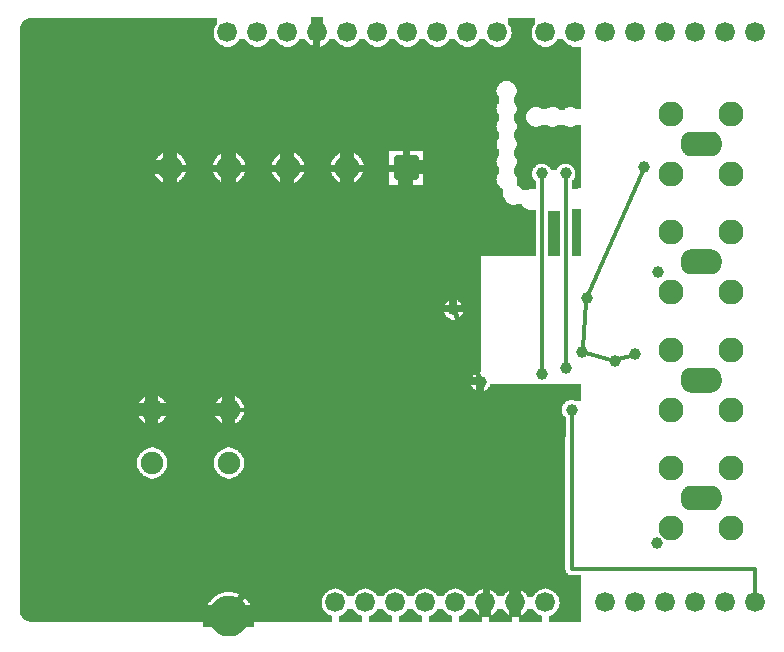
<source format=gbl>
G04 MADE WITH FRITZING*
G04 WWW.FRITZING.ORG*
G04 DOUBLE SIDED*
G04 HOLES PLATED*
G04 CONTOUR ON CENTER OF CONTOUR VECTOR*
%ASAXBY*%
%FSLAX23Y23*%
%MOIN*%
%OFA0B0*%
%SFA1.0B1.0*%
%ADD10C,0.075000*%
%ADD11C,0.069055*%
%ADD12C,0.039370*%
%ADD13C,0.083307*%
%ADD14C,0.082677*%
%ADD15C,0.083071*%
%ADD16C,0.066194*%
%ADD17C,0.066222*%
%ADD18C,0.024000*%
%ADD19C,0.012000*%
%ADD20C,0.016000*%
%ADD21C,0.020000*%
%ADD22R,0.001000X0.001000*%
%LNCOPPER0*%
G90*
G70*
G54D10*
X132Y2012D03*
G54D11*
X747Y65D03*
G54D12*
X1791Y873D03*
X1791Y1542D03*
X1869Y892D03*
X1869Y1542D03*
G54D13*
X1338Y1561D03*
X1141Y1561D03*
X944Y1561D03*
X747Y1561D03*
X550Y1561D03*
G54D12*
X1925Y947D03*
X2033Y918D03*
X2100Y939D03*
X1939Y1126D03*
X2131Y1563D03*
X2178Y1215D03*
X2173Y311D03*
X1495Y1089D03*
X1586Y847D03*
X1889Y754D03*
G54D10*
X747Y577D03*
X491Y577D03*
X747Y754D03*
X491Y754D03*
G54D14*
X2222Y559D03*
G54D15*
X2321Y460D03*
X2222Y359D03*
X2222Y559D03*
X2422Y359D03*
X2422Y559D03*
G54D14*
X2222Y953D03*
G54D15*
X2321Y854D03*
X2222Y753D03*
X2222Y953D03*
X2422Y753D03*
X2422Y953D03*
G54D14*
X2222Y1740D03*
G54D15*
X2321Y1641D03*
X2222Y1540D03*
X2222Y1740D03*
X2422Y1540D03*
X2422Y1740D03*
G54D16*
X2102Y112D03*
X2202Y112D03*
X2302Y112D03*
X2402Y112D03*
X2502Y112D03*
G54D17*
X1642Y2012D03*
X1542Y2012D03*
X1442Y2012D03*
X1342Y2012D03*
X1242Y2012D03*
X1142Y2012D03*
X1042Y2012D03*
X942Y2012D03*
X842Y2012D03*
X742Y2012D03*
X2502Y2012D03*
X2402Y2012D03*
X2302Y2012D03*
X2202Y2012D03*
X2102Y2012D03*
X2002Y2012D03*
X1902Y2012D03*
X1802Y2012D03*
G54D16*
X1202Y112D03*
X1102Y112D03*
X1302Y112D03*
X1402Y112D03*
X1502Y112D03*
X1602Y112D03*
X1702Y112D03*
X1802Y112D03*
X2002Y112D03*
G54D14*
X2222Y1346D03*
G54D15*
X2321Y1247D03*
X2222Y1147D03*
X2222Y1347D03*
X2422Y1147D03*
X2422Y1347D03*
G54D18*
X867Y262D02*
X768Y100D01*
D02*
X1613Y262D02*
X867Y262D01*
D02*
X1604Y142D02*
X1613Y262D01*
D02*
X715Y1561D02*
X583Y1561D01*
G54D19*
D02*
X1791Y1528D02*
X1791Y886D01*
D02*
X1869Y1528D02*
X1869Y906D01*
G54D18*
D02*
X911Y1561D02*
X780Y1561D01*
D02*
X1108Y1561D02*
X977Y1561D01*
D02*
X1305Y1561D02*
X1174Y1561D01*
D02*
X1023Y1876D02*
X1102Y1797D01*
D02*
X1102Y1797D02*
X1337Y1678D01*
D02*
X1337Y1678D02*
X1338Y1594D01*
D02*
X1038Y1981D02*
X1023Y1876D01*
G54D19*
D02*
X2020Y921D02*
X1938Y944D01*
D02*
X2087Y935D02*
X2045Y922D01*
D02*
X1944Y1138D02*
X2126Y1551D01*
D02*
X1938Y1112D02*
X1926Y960D01*
G54D20*
D02*
X1500Y1076D02*
X1581Y860D01*
G54D19*
D02*
X1889Y741D02*
X1889Y223D01*
D02*
X1889Y223D02*
X2500Y223D01*
D02*
X2500Y223D02*
X2502Y136D01*
G54D20*
D02*
X1221Y538D02*
X1604Y293D01*
D02*
X1604Y293D02*
X1603Y136D01*
G54D19*
D02*
X1142Y736D02*
X770Y753D01*
D02*
X1221Y538D02*
X1142Y736D01*
G36*
X76Y2059D02*
X76Y2057D01*
X70Y2057D01*
X70Y2055D01*
X68Y2055D01*
X68Y2053D01*
X64Y2053D01*
X64Y2051D01*
X62Y2051D01*
X62Y2049D01*
X60Y2049D01*
X60Y2047D01*
X58Y2047D01*
X58Y2043D01*
X56Y2043D01*
X56Y2041D01*
X54Y2041D01*
X54Y2035D01*
X52Y2035D01*
X52Y1963D01*
X742Y1963D01*
X742Y1965D01*
X730Y1965D01*
X730Y1967D01*
X726Y1967D01*
X726Y1969D01*
X722Y1969D01*
X722Y1971D01*
X718Y1971D01*
X718Y1973D01*
X716Y1973D01*
X716Y1975D01*
X714Y1975D01*
X714Y1977D01*
X712Y1977D01*
X712Y1979D01*
X710Y1979D01*
X710Y1981D01*
X708Y1981D01*
X708Y1983D01*
X706Y1983D01*
X706Y1985D01*
X704Y1985D01*
X704Y1987D01*
X702Y1987D01*
X702Y1991D01*
X700Y1991D01*
X700Y1995D01*
X698Y1995D01*
X698Y2001D01*
X696Y2001D01*
X696Y2021D01*
X698Y2021D01*
X698Y2027D01*
X700Y2027D01*
X700Y2031D01*
X702Y2031D01*
X702Y2035D01*
X704Y2035D01*
X704Y2037D01*
X706Y2037D01*
X706Y2039D01*
X708Y2039D01*
X708Y2059D01*
X76Y2059D01*
G37*
D02*
G36*
X1678Y2059D02*
X1678Y2037D01*
X1680Y2037D01*
X1680Y2035D01*
X1682Y2035D01*
X1682Y2033D01*
X1684Y2033D01*
X1684Y2029D01*
X1686Y2029D01*
X1686Y2023D01*
X1688Y2023D01*
X1688Y2015D01*
X1690Y2015D01*
X1690Y2007D01*
X1688Y2007D01*
X1688Y1999D01*
X1686Y1999D01*
X1686Y1993D01*
X1684Y1993D01*
X1684Y1991D01*
X1682Y1991D01*
X1682Y1987D01*
X1680Y1987D01*
X1680Y1985D01*
X1678Y1985D01*
X1678Y1981D01*
X1676Y1981D01*
X1676Y1979D01*
X1674Y1979D01*
X1674Y1977D01*
X1672Y1977D01*
X1672Y1975D01*
X1668Y1975D01*
X1668Y1973D01*
X1666Y1973D01*
X1666Y1971D01*
X1662Y1971D01*
X1662Y1969D01*
X1660Y1969D01*
X1660Y1967D01*
X1654Y1967D01*
X1654Y1965D01*
X1644Y1965D01*
X1644Y1963D01*
X1802Y1963D01*
X1802Y1965D01*
X1790Y1965D01*
X1790Y1967D01*
X1786Y1967D01*
X1786Y1969D01*
X1782Y1969D01*
X1782Y1971D01*
X1778Y1971D01*
X1778Y1973D01*
X1776Y1973D01*
X1776Y1975D01*
X1774Y1975D01*
X1774Y1977D01*
X1772Y1977D01*
X1772Y1979D01*
X1770Y1979D01*
X1770Y1981D01*
X1768Y1981D01*
X1768Y1983D01*
X1766Y1983D01*
X1766Y1985D01*
X1764Y1985D01*
X1764Y1987D01*
X1762Y1987D01*
X1762Y1991D01*
X1760Y1991D01*
X1760Y1995D01*
X1758Y1995D01*
X1758Y2001D01*
X1756Y2001D01*
X1756Y2021D01*
X1758Y2021D01*
X1758Y2027D01*
X1760Y2027D01*
X1760Y2031D01*
X1762Y2031D01*
X1762Y2035D01*
X1764Y2035D01*
X1764Y2037D01*
X1766Y2037D01*
X1766Y2039D01*
X1768Y2039D01*
X1768Y2059D01*
X1678Y2059D01*
G37*
D02*
G36*
X782Y1991D02*
X782Y1987D01*
X780Y1987D01*
X780Y1985D01*
X778Y1985D01*
X778Y1981D01*
X776Y1981D01*
X776Y1979D01*
X774Y1979D01*
X774Y1977D01*
X772Y1977D01*
X772Y1975D01*
X768Y1975D01*
X768Y1973D01*
X766Y1973D01*
X766Y1971D01*
X762Y1971D01*
X762Y1969D01*
X760Y1969D01*
X760Y1967D01*
X754Y1967D01*
X754Y1965D01*
X744Y1965D01*
X744Y1963D01*
X842Y1963D01*
X842Y1965D01*
X830Y1965D01*
X830Y1967D01*
X826Y1967D01*
X826Y1969D01*
X822Y1969D01*
X822Y1971D01*
X818Y1971D01*
X818Y1973D01*
X816Y1973D01*
X816Y1975D01*
X814Y1975D01*
X814Y1977D01*
X812Y1977D01*
X812Y1979D01*
X810Y1979D01*
X810Y1981D01*
X808Y1981D01*
X808Y1983D01*
X806Y1983D01*
X806Y1985D01*
X804Y1985D01*
X804Y1987D01*
X802Y1987D01*
X802Y1991D01*
X782Y1991D01*
G37*
D02*
G36*
X882Y1991D02*
X882Y1987D01*
X880Y1987D01*
X880Y1985D01*
X878Y1985D01*
X878Y1981D01*
X876Y1981D01*
X876Y1979D01*
X874Y1979D01*
X874Y1977D01*
X872Y1977D01*
X872Y1975D01*
X868Y1975D01*
X868Y1973D01*
X866Y1973D01*
X866Y1971D01*
X862Y1971D01*
X862Y1969D01*
X860Y1969D01*
X860Y1967D01*
X854Y1967D01*
X854Y1965D01*
X844Y1965D01*
X844Y1963D01*
X942Y1963D01*
X942Y1965D01*
X930Y1965D01*
X930Y1967D01*
X926Y1967D01*
X926Y1969D01*
X922Y1969D01*
X922Y1971D01*
X918Y1971D01*
X918Y1973D01*
X916Y1973D01*
X916Y1975D01*
X914Y1975D01*
X914Y1977D01*
X912Y1977D01*
X912Y1979D01*
X910Y1979D01*
X910Y1981D01*
X908Y1981D01*
X908Y1983D01*
X906Y1983D01*
X906Y1985D01*
X904Y1985D01*
X904Y1987D01*
X902Y1987D01*
X902Y1991D01*
X882Y1991D01*
G37*
D02*
G36*
X982Y1991D02*
X982Y1987D01*
X980Y1987D01*
X980Y1985D01*
X978Y1985D01*
X978Y1981D01*
X976Y1981D01*
X976Y1979D01*
X974Y1979D01*
X974Y1977D01*
X972Y1977D01*
X972Y1975D01*
X968Y1975D01*
X968Y1973D01*
X966Y1973D01*
X966Y1971D01*
X962Y1971D01*
X962Y1969D01*
X960Y1969D01*
X960Y1967D01*
X954Y1967D01*
X954Y1965D01*
X944Y1965D01*
X944Y1963D01*
X1042Y1963D01*
X1042Y1965D01*
X1030Y1965D01*
X1030Y1967D01*
X1026Y1967D01*
X1026Y1969D01*
X1022Y1969D01*
X1022Y1971D01*
X1018Y1971D01*
X1018Y1973D01*
X1016Y1973D01*
X1016Y1975D01*
X1014Y1975D01*
X1014Y1977D01*
X1012Y1977D01*
X1012Y1979D01*
X1010Y1979D01*
X1010Y1981D01*
X1008Y1981D01*
X1008Y1983D01*
X1006Y1983D01*
X1006Y1985D01*
X1004Y1985D01*
X1004Y1987D01*
X1002Y1987D01*
X1002Y1991D01*
X982Y1991D01*
G37*
D02*
G36*
X1082Y1991D02*
X1082Y1987D01*
X1080Y1987D01*
X1080Y1985D01*
X1078Y1985D01*
X1078Y1981D01*
X1076Y1981D01*
X1076Y1979D01*
X1074Y1979D01*
X1074Y1977D01*
X1072Y1977D01*
X1072Y1975D01*
X1068Y1975D01*
X1068Y1973D01*
X1066Y1973D01*
X1066Y1971D01*
X1062Y1971D01*
X1062Y1969D01*
X1060Y1969D01*
X1060Y1967D01*
X1054Y1967D01*
X1054Y1965D01*
X1044Y1965D01*
X1044Y1963D01*
X1142Y1963D01*
X1142Y1965D01*
X1130Y1965D01*
X1130Y1967D01*
X1126Y1967D01*
X1126Y1969D01*
X1122Y1969D01*
X1122Y1971D01*
X1118Y1971D01*
X1118Y1973D01*
X1116Y1973D01*
X1116Y1975D01*
X1114Y1975D01*
X1114Y1977D01*
X1112Y1977D01*
X1112Y1979D01*
X1110Y1979D01*
X1110Y1981D01*
X1108Y1981D01*
X1108Y1983D01*
X1106Y1983D01*
X1106Y1985D01*
X1104Y1985D01*
X1104Y1987D01*
X1102Y1987D01*
X1102Y1991D01*
X1082Y1991D01*
G37*
D02*
G36*
X1182Y1991D02*
X1182Y1987D01*
X1180Y1987D01*
X1180Y1985D01*
X1178Y1985D01*
X1178Y1981D01*
X1176Y1981D01*
X1176Y1979D01*
X1174Y1979D01*
X1174Y1977D01*
X1172Y1977D01*
X1172Y1975D01*
X1168Y1975D01*
X1168Y1973D01*
X1166Y1973D01*
X1166Y1971D01*
X1162Y1971D01*
X1162Y1969D01*
X1160Y1969D01*
X1160Y1967D01*
X1154Y1967D01*
X1154Y1965D01*
X1144Y1965D01*
X1144Y1963D01*
X1242Y1963D01*
X1242Y1965D01*
X1230Y1965D01*
X1230Y1967D01*
X1226Y1967D01*
X1226Y1969D01*
X1222Y1969D01*
X1222Y1971D01*
X1218Y1971D01*
X1218Y1973D01*
X1216Y1973D01*
X1216Y1975D01*
X1214Y1975D01*
X1214Y1977D01*
X1212Y1977D01*
X1212Y1979D01*
X1210Y1979D01*
X1210Y1981D01*
X1208Y1981D01*
X1208Y1983D01*
X1206Y1983D01*
X1206Y1985D01*
X1204Y1985D01*
X1204Y1987D01*
X1202Y1987D01*
X1202Y1991D01*
X1182Y1991D01*
G37*
D02*
G36*
X1282Y1991D02*
X1282Y1987D01*
X1280Y1987D01*
X1280Y1985D01*
X1278Y1985D01*
X1278Y1981D01*
X1276Y1981D01*
X1276Y1979D01*
X1274Y1979D01*
X1274Y1977D01*
X1272Y1977D01*
X1272Y1975D01*
X1268Y1975D01*
X1268Y1973D01*
X1266Y1973D01*
X1266Y1971D01*
X1262Y1971D01*
X1262Y1969D01*
X1260Y1969D01*
X1260Y1967D01*
X1254Y1967D01*
X1254Y1965D01*
X1244Y1965D01*
X1244Y1963D01*
X1342Y1963D01*
X1342Y1965D01*
X1330Y1965D01*
X1330Y1967D01*
X1326Y1967D01*
X1326Y1969D01*
X1322Y1969D01*
X1322Y1971D01*
X1318Y1971D01*
X1318Y1973D01*
X1316Y1973D01*
X1316Y1975D01*
X1314Y1975D01*
X1314Y1977D01*
X1312Y1977D01*
X1312Y1979D01*
X1310Y1979D01*
X1310Y1981D01*
X1308Y1981D01*
X1308Y1983D01*
X1306Y1983D01*
X1306Y1985D01*
X1304Y1985D01*
X1304Y1987D01*
X1302Y1987D01*
X1302Y1991D01*
X1282Y1991D01*
G37*
D02*
G36*
X1382Y1991D02*
X1382Y1987D01*
X1380Y1987D01*
X1380Y1985D01*
X1378Y1985D01*
X1378Y1981D01*
X1376Y1981D01*
X1376Y1979D01*
X1374Y1979D01*
X1374Y1977D01*
X1372Y1977D01*
X1372Y1975D01*
X1368Y1975D01*
X1368Y1973D01*
X1366Y1973D01*
X1366Y1971D01*
X1362Y1971D01*
X1362Y1969D01*
X1360Y1969D01*
X1360Y1967D01*
X1354Y1967D01*
X1354Y1965D01*
X1344Y1965D01*
X1344Y1963D01*
X1442Y1963D01*
X1442Y1965D01*
X1430Y1965D01*
X1430Y1967D01*
X1426Y1967D01*
X1426Y1969D01*
X1422Y1969D01*
X1422Y1971D01*
X1418Y1971D01*
X1418Y1973D01*
X1416Y1973D01*
X1416Y1975D01*
X1414Y1975D01*
X1414Y1977D01*
X1412Y1977D01*
X1412Y1979D01*
X1410Y1979D01*
X1410Y1981D01*
X1408Y1981D01*
X1408Y1983D01*
X1406Y1983D01*
X1406Y1985D01*
X1404Y1985D01*
X1404Y1987D01*
X1402Y1987D01*
X1402Y1991D01*
X1382Y1991D01*
G37*
D02*
G36*
X1482Y1991D02*
X1482Y1987D01*
X1480Y1987D01*
X1480Y1985D01*
X1478Y1985D01*
X1478Y1981D01*
X1476Y1981D01*
X1476Y1979D01*
X1474Y1979D01*
X1474Y1977D01*
X1472Y1977D01*
X1472Y1975D01*
X1468Y1975D01*
X1468Y1973D01*
X1466Y1973D01*
X1466Y1971D01*
X1462Y1971D01*
X1462Y1969D01*
X1460Y1969D01*
X1460Y1967D01*
X1454Y1967D01*
X1454Y1965D01*
X1444Y1965D01*
X1444Y1963D01*
X1542Y1963D01*
X1542Y1965D01*
X1530Y1965D01*
X1530Y1967D01*
X1526Y1967D01*
X1526Y1969D01*
X1522Y1969D01*
X1522Y1971D01*
X1518Y1971D01*
X1518Y1973D01*
X1516Y1973D01*
X1516Y1975D01*
X1514Y1975D01*
X1514Y1977D01*
X1512Y1977D01*
X1512Y1979D01*
X1510Y1979D01*
X1510Y1981D01*
X1508Y1981D01*
X1508Y1983D01*
X1506Y1983D01*
X1506Y1985D01*
X1504Y1985D01*
X1504Y1987D01*
X1502Y1987D01*
X1502Y1991D01*
X1482Y1991D01*
G37*
D02*
G36*
X1582Y1991D02*
X1582Y1987D01*
X1580Y1987D01*
X1580Y1985D01*
X1578Y1985D01*
X1578Y1981D01*
X1576Y1981D01*
X1576Y1979D01*
X1574Y1979D01*
X1574Y1977D01*
X1572Y1977D01*
X1572Y1975D01*
X1568Y1975D01*
X1568Y1973D01*
X1566Y1973D01*
X1566Y1971D01*
X1562Y1971D01*
X1562Y1969D01*
X1560Y1969D01*
X1560Y1967D01*
X1554Y1967D01*
X1554Y1965D01*
X1544Y1965D01*
X1544Y1963D01*
X1642Y1963D01*
X1642Y1965D01*
X1630Y1965D01*
X1630Y1967D01*
X1626Y1967D01*
X1626Y1969D01*
X1622Y1969D01*
X1622Y1971D01*
X1618Y1971D01*
X1618Y1973D01*
X1616Y1973D01*
X1616Y1975D01*
X1614Y1975D01*
X1614Y1977D01*
X1612Y1977D01*
X1612Y1979D01*
X1610Y1979D01*
X1610Y1981D01*
X1608Y1981D01*
X1608Y1983D01*
X1606Y1983D01*
X1606Y1985D01*
X1604Y1985D01*
X1604Y1987D01*
X1602Y1987D01*
X1602Y1991D01*
X1582Y1991D01*
G37*
D02*
G36*
X1842Y1991D02*
X1842Y1987D01*
X1840Y1987D01*
X1840Y1985D01*
X1838Y1985D01*
X1838Y1981D01*
X1836Y1981D01*
X1836Y1979D01*
X1834Y1979D01*
X1834Y1977D01*
X1832Y1977D01*
X1832Y1975D01*
X1828Y1975D01*
X1828Y1973D01*
X1826Y1973D01*
X1826Y1971D01*
X1822Y1971D01*
X1822Y1969D01*
X1820Y1969D01*
X1820Y1967D01*
X1814Y1967D01*
X1814Y1965D01*
X1804Y1965D01*
X1804Y1963D01*
X1902Y1963D01*
X1902Y1965D01*
X1890Y1965D01*
X1890Y1967D01*
X1886Y1967D01*
X1886Y1969D01*
X1882Y1969D01*
X1882Y1971D01*
X1878Y1971D01*
X1878Y1973D01*
X1876Y1973D01*
X1876Y1975D01*
X1874Y1975D01*
X1874Y1977D01*
X1872Y1977D01*
X1872Y1979D01*
X1870Y1979D01*
X1870Y1981D01*
X1868Y1981D01*
X1868Y1983D01*
X1866Y1983D01*
X1866Y1985D01*
X1864Y1985D01*
X1864Y1987D01*
X1862Y1987D01*
X1862Y1991D01*
X1842Y1991D01*
G37*
D02*
G36*
X52Y1963D02*
X52Y1961D01*
X1922Y1961D01*
X1922Y1963D01*
X52Y1963D01*
G37*
D02*
G36*
X52Y1963D02*
X52Y1961D01*
X1922Y1961D01*
X1922Y1963D01*
X52Y1963D01*
G37*
D02*
G36*
X52Y1963D02*
X52Y1961D01*
X1922Y1961D01*
X1922Y1963D01*
X52Y1963D01*
G37*
D02*
G36*
X52Y1963D02*
X52Y1961D01*
X1922Y1961D01*
X1922Y1963D01*
X52Y1963D01*
G37*
D02*
G36*
X52Y1963D02*
X52Y1961D01*
X1922Y1961D01*
X1922Y1963D01*
X52Y1963D01*
G37*
D02*
G36*
X52Y1963D02*
X52Y1961D01*
X1922Y1961D01*
X1922Y1963D01*
X52Y1963D01*
G37*
D02*
G36*
X52Y1963D02*
X52Y1961D01*
X1922Y1961D01*
X1922Y1963D01*
X52Y1963D01*
G37*
D02*
G36*
X52Y1963D02*
X52Y1961D01*
X1922Y1961D01*
X1922Y1963D01*
X52Y1963D01*
G37*
D02*
G36*
X52Y1963D02*
X52Y1961D01*
X1922Y1961D01*
X1922Y1963D01*
X52Y1963D01*
G37*
D02*
G36*
X52Y1963D02*
X52Y1961D01*
X1922Y1961D01*
X1922Y1963D01*
X52Y1963D01*
G37*
D02*
G36*
X52Y1963D02*
X52Y1961D01*
X1922Y1961D01*
X1922Y1963D01*
X52Y1963D01*
G37*
D02*
G36*
X52Y1963D02*
X52Y1961D01*
X1922Y1961D01*
X1922Y1963D01*
X52Y1963D01*
G37*
D02*
G36*
X52Y1961D02*
X52Y1851D01*
X1678Y1851D01*
X1678Y1849D01*
X1684Y1849D01*
X1684Y1847D01*
X1688Y1847D01*
X1688Y1845D01*
X1690Y1845D01*
X1690Y1843D01*
X1694Y1843D01*
X1694Y1841D01*
X1696Y1841D01*
X1696Y1839D01*
X1698Y1839D01*
X1698Y1837D01*
X1700Y1837D01*
X1700Y1833D01*
X1702Y1833D01*
X1702Y1829D01*
X1704Y1829D01*
X1704Y1825D01*
X1706Y1825D01*
X1706Y1809D01*
X1704Y1809D01*
X1704Y1805D01*
X1702Y1805D01*
X1702Y1801D01*
X1700Y1801D01*
X1700Y1797D01*
X1698Y1797D01*
X1698Y1777D01*
X1700Y1777D01*
X1700Y1775D01*
X1702Y1775D01*
X1702Y1771D01*
X1704Y1771D01*
X1704Y1765D01*
X1706Y1765D01*
X1706Y1763D01*
X1894Y1763D01*
X1894Y1761D01*
X1900Y1761D01*
X1900Y1759D01*
X1902Y1759D01*
X1902Y1757D01*
X1922Y1757D01*
X1922Y1961D01*
X52Y1961D01*
G37*
D02*
G36*
X52Y1851D02*
X52Y1617D01*
X1394Y1617D01*
X1394Y1505D01*
X1644Y1505D01*
X1644Y1507D01*
X1642Y1507D01*
X1642Y1511D01*
X1640Y1511D01*
X1640Y1521D01*
X1638Y1521D01*
X1638Y1523D01*
X1640Y1523D01*
X1640Y1531D01*
X1642Y1531D01*
X1642Y1537D01*
X1644Y1537D01*
X1644Y1539D01*
X1646Y1539D01*
X1646Y1541D01*
X1648Y1541D01*
X1648Y1561D01*
X1646Y1561D01*
X1646Y1563D01*
X1644Y1563D01*
X1644Y1567D01*
X1642Y1567D01*
X1642Y1571D01*
X1640Y1571D01*
X1640Y1579D01*
X1638Y1579D01*
X1638Y1583D01*
X1640Y1583D01*
X1640Y1591D01*
X1642Y1591D01*
X1642Y1595D01*
X1644Y1595D01*
X1644Y1599D01*
X1646Y1599D01*
X1646Y1623D01*
X1644Y1623D01*
X1644Y1625D01*
X1642Y1625D01*
X1642Y1629D01*
X1640Y1629D01*
X1640Y1639D01*
X1638Y1639D01*
X1638Y1641D01*
X1640Y1641D01*
X1640Y1651D01*
X1642Y1651D01*
X1642Y1655D01*
X1644Y1655D01*
X1644Y1657D01*
X1646Y1657D01*
X1646Y1681D01*
X1644Y1681D01*
X1644Y1685D01*
X1642Y1685D01*
X1642Y1689D01*
X1640Y1689D01*
X1640Y1697D01*
X1638Y1697D01*
X1638Y1701D01*
X1640Y1701D01*
X1640Y1709D01*
X1642Y1709D01*
X1642Y1713D01*
X1644Y1713D01*
X1644Y1717D01*
X1646Y1717D01*
X1646Y1741D01*
X1644Y1741D01*
X1644Y1743D01*
X1642Y1743D01*
X1642Y1747D01*
X1640Y1747D01*
X1640Y1757D01*
X1638Y1757D01*
X1638Y1759D01*
X1640Y1759D01*
X1640Y1769D01*
X1642Y1769D01*
X1642Y1773D01*
X1644Y1773D01*
X1644Y1775D01*
X1646Y1775D01*
X1646Y1799D01*
X1644Y1799D01*
X1644Y1803D01*
X1642Y1803D01*
X1642Y1807D01*
X1640Y1807D01*
X1640Y1815D01*
X1638Y1815D01*
X1638Y1819D01*
X1640Y1819D01*
X1640Y1827D01*
X1642Y1827D01*
X1642Y1831D01*
X1644Y1831D01*
X1644Y1835D01*
X1646Y1835D01*
X1646Y1837D01*
X1648Y1837D01*
X1648Y1839D01*
X1650Y1839D01*
X1650Y1841D01*
X1652Y1841D01*
X1652Y1843D01*
X1654Y1843D01*
X1654Y1845D01*
X1658Y1845D01*
X1658Y1847D01*
X1660Y1847D01*
X1660Y1849D01*
X1668Y1849D01*
X1668Y1851D01*
X52Y1851D01*
G37*
D02*
G36*
X1706Y1763D02*
X1706Y1751D01*
X1704Y1751D01*
X1704Y1745D01*
X1702Y1745D01*
X1702Y1741D01*
X1700Y1741D01*
X1700Y1739D01*
X1698Y1739D01*
X1698Y1717D01*
X1700Y1717D01*
X1700Y1715D01*
X1702Y1715D01*
X1702Y1711D01*
X1704Y1711D01*
X1704Y1707D01*
X1706Y1707D01*
X1706Y1697D01*
X1764Y1697D01*
X1764Y1699D01*
X1758Y1699D01*
X1758Y1701D01*
X1754Y1701D01*
X1754Y1703D01*
X1752Y1703D01*
X1752Y1705D01*
X1750Y1705D01*
X1750Y1707D01*
X1748Y1707D01*
X1748Y1709D01*
X1746Y1709D01*
X1746Y1711D01*
X1744Y1711D01*
X1744Y1713D01*
X1742Y1713D01*
X1742Y1717D01*
X1740Y1717D01*
X1740Y1721D01*
X1738Y1721D01*
X1738Y1739D01*
X1740Y1739D01*
X1740Y1745D01*
X1742Y1745D01*
X1742Y1747D01*
X1744Y1747D01*
X1744Y1751D01*
X1746Y1751D01*
X1746Y1753D01*
X1748Y1753D01*
X1748Y1755D01*
X1750Y1755D01*
X1750Y1757D01*
X1754Y1757D01*
X1754Y1759D01*
X1756Y1759D01*
X1756Y1761D01*
X1762Y1761D01*
X1762Y1763D01*
X1706Y1763D01*
G37*
D02*
G36*
X1780Y1763D02*
X1780Y1761D01*
X1786Y1761D01*
X1786Y1759D01*
X1788Y1759D01*
X1788Y1757D01*
X1808Y1757D01*
X1808Y1759D01*
X1812Y1759D01*
X1812Y1761D01*
X1816Y1761D01*
X1816Y1763D01*
X1780Y1763D01*
G37*
D02*
G36*
X1836Y1763D02*
X1836Y1761D01*
X1840Y1761D01*
X1840Y1759D01*
X1844Y1759D01*
X1844Y1757D01*
X1846Y1757D01*
X1846Y1755D01*
X1866Y1755D01*
X1866Y1757D01*
X1868Y1757D01*
X1868Y1759D01*
X1870Y1759D01*
X1870Y1761D01*
X1876Y1761D01*
X1876Y1763D01*
X1836Y1763D01*
G37*
D02*
G36*
X1846Y1705D02*
X1846Y1703D01*
X1842Y1703D01*
X1842Y1701D01*
X1840Y1701D01*
X1840Y1699D01*
X1834Y1699D01*
X1834Y1697D01*
X1878Y1697D01*
X1878Y1699D01*
X1872Y1699D01*
X1872Y1701D01*
X1868Y1701D01*
X1868Y1703D01*
X1866Y1703D01*
X1866Y1705D01*
X1846Y1705D01*
G37*
D02*
G36*
X1788Y1703D02*
X1788Y1701D01*
X1784Y1701D01*
X1784Y1699D01*
X1778Y1699D01*
X1778Y1697D01*
X1818Y1697D01*
X1818Y1699D01*
X1814Y1699D01*
X1814Y1701D01*
X1810Y1701D01*
X1810Y1703D01*
X1788Y1703D01*
G37*
D02*
G36*
X1902Y1703D02*
X1902Y1701D01*
X1898Y1701D01*
X1898Y1699D01*
X1894Y1699D01*
X1894Y1697D01*
X1922Y1697D01*
X1922Y1703D01*
X1902Y1703D01*
G37*
D02*
G36*
X1706Y1697D02*
X1706Y1695D01*
X1922Y1695D01*
X1922Y1697D01*
X1706Y1697D01*
G37*
D02*
G36*
X1706Y1697D02*
X1706Y1695D01*
X1922Y1695D01*
X1922Y1697D01*
X1706Y1697D01*
G37*
D02*
G36*
X1706Y1697D02*
X1706Y1695D01*
X1922Y1695D01*
X1922Y1697D01*
X1706Y1697D01*
G37*
D02*
G36*
X1706Y1697D02*
X1706Y1695D01*
X1922Y1695D01*
X1922Y1697D01*
X1706Y1697D01*
G37*
D02*
G36*
X1706Y1695D02*
X1706Y1691D01*
X1704Y1691D01*
X1704Y1687D01*
X1702Y1687D01*
X1702Y1683D01*
X1700Y1683D01*
X1700Y1679D01*
X1698Y1679D01*
X1698Y1659D01*
X1700Y1659D01*
X1700Y1655D01*
X1702Y1655D01*
X1702Y1653D01*
X1704Y1653D01*
X1704Y1647D01*
X1706Y1647D01*
X1706Y1633D01*
X1704Y1633D01*
X1704Y1627D01*
X1702Y1627D01*
X1702Y1623D01*
X1700Y1623D01*
X1700Y1621D01*
X1698Y1621D01*
X1698Y1599D01*
X1700Y1599D01*
X1700Y1597D01*
X1702Y1597D01*
X1702Y1593D01*
X1704Y1593D01*
X1704Y1589D01*
X1706Y1589D01*
X1706Y1575D01*
X1876Y1575D01*
X1876Y1573D01*
X1882Y1573D01*
X1882Y1571D01*
X1884Y1571D01*
X1884Y1569D01*
X1888Y1569D01*
X1888Y1567D01*
X1890Y1567D01*
X1890Y1565D01*
X1892Y1565D01*
X1892Y1563D01*
X1894Y1563D01*
X1894Y1561D01*
X1896Y1561D01*
X1896Y1559D01*
X1898Y1559D01*
X1898Y1555D01*
X1900Y1555D01*
X1900Y1551D01*
X1902Y1551D01*
X1902Y1533D01*
X1900Y1533D01*
X1900Y1527D01*
X1898Y1527D01*
X1898Y1525D01*
X1896Y1525D01*
X1896Y1521D01*
X1894Y1521D01*
X1894Y1519D01*
X1892Y1519D01*
X1892Y1517D01*
X1890Y1517D01*
X1890Y1491D01*
X1910Y1491D01*
X1910Y1493D01*
X1922Y1493D01*
X1922Y1695D01*
X1706Y1695D01*
G37*
D02*
G36*
X52Y1617D02*
X52Y1505D01*
X544Y1505D01*
X544Y1507D01*
X536Y1507D01*
X536Y1509D01*
X530Y1509D01*
X530Y1511D01*
X528Y1511D01*
X528Y1513D01*
X524Y1513D01*
X524Y1515D01*
X520Y1515D01*
X520Y1517D01*
X518Y1517D01*
X518Y1519D01*
X516Y1519D01*
X516Y1521D01*
X514Y1521D01*
X514Y1523D01*
X512Y1523D01*
X512Y1525D01*
X510Y1525D01*
X510Y1527D01*
X508Y1527D01*
X508Y1529D01*
X506Y1529D01*
X506Y1531D01*
X504Y1531D01*
X504Y1535D01*
X502Y1535D01*
X502Y1539D01*
X500Y1539D01*
X500Y1543D01*
X498Y1543D01*
X498Y1547D01*
X496Y1547D01*
X496Y1557D01*
X494Y1557D01*
X494Y1565D01*
X496Y1565D01*
X496Y1575D01*
X498Y1575D01*
X498Y1579D01*
X500Y1579D01*
X500Y1583D01*
X502Y1583D01*
X502Y1587D01*
X504Y1587D01*
X504Y1591D01*
X506Y1591D01*
X506Y1593D01*
X508Y1593D01*
X508Y1595D01*
X510Y1595D01*
X510Y1597D01*
X512Y1597D01*
X512Y1599D01*
X514Y1599D01*
X514Y1601D01*
X516Y1601D01*
X516Y1603D01*
X518Y1603D01*
X518Y1605D01*
X520Y1605D01*
X520Y1607D01*
X524Y1607D01*
X524Y1609D01*
X528Y1609D01*
X528Y1611D01*
X530Y1611D01*
X530Y1613D01*
X536Y1613D01*
X536Y1615D01*
X544Y1615D01*
X544Y1617D01*
X52Y1617D01*
G37*
D02*
G36*
X558Y1617D02*
X558Y1615D01*
X566Y1615D01*
X566Y1613D01*
X570Y1613D01*
X570Y1611D01*
X574Y1611D01*
X574Y1609D01*
X578Y1609D01*
X578Y1607D01*
X580Y1607D01*
X580Y1605D01*
X582Y1605D01*
X582Y1603D01*
X586Y1603D01*
X586Y1601D01*
X588Y1601D01*
X588Y1599D01*
X590Y1599D01*
X590Y1597D01*
X592Y1597D01*
X592Y1593D01*
X594Y1593D01*
X594Y1591D01*
X596Y1591D01*
X596Y1589D01*
X598Y1589D01*
X598Y1585D01*
X600Y1585D01*
X600Y1581D01*
X602Y1581D01*
X602Y1577D01*
X604Y1577D01*
X604Y1571D01*
X606Y1571D01*
X606Y1551D01*
X604Y1551D01*
X604Y1545D01*
X602Y1545D01*
X602Y1541D01*
X600Y1541D01*
X600Y1537D01*
X598Y1537D01*
X598Y1533D01*
X596Y1533D01*
X596Y1531D01*
X594Y1531D01*
X594Y1529D01*
X592Y1529D01*
X592Y1525D01*
X590Y1525D01*
X590Y1523D01*
X588Y1523D01*
X588Y1521D01*
X586Y1521D01*
X586Y1519D01*
X582Y1519D01*
X582Y1517D01*
X580Y1517D01*
X580Y1515D01*
X578Y1515D01*
X578Y1513D01*
X574Y1513D01*
X574Y1511D01*
X570Y1511D01*
X570Y1509D01*
X566Y1509D01*
X566Y1507D01*
X558Y1507D01*
X558Y1505D01*
X740Y1505D01*
X740Y1507D01*
X732Y1507D01*
X732Y1509D01*
X728Y1509D01*
X728Y1511D01*
X724Y1511D01*
X724Y1513D01*
X720Y1513D01*
X720Y1515D01*
X718Y1515D01*
X718Y1517D01*
X716Y1517D01*
X716Y1519D01*
X712Y1519D01*
X712Y1521D01*
X710Y1521D01*
X710Y1523D01*
X708Y1523D01*
X708Y1525D01*
X706Y1525D01*
X706Y1527D01*
X704Y1527D01*
X704Y1531D01*
X702Y1531D01*
X702Y1533D01*
X700Y1533D01*
X700Y1537D01*
X698Y1537D01*
X698Y1539D01*
X696Y1539D01*
X696Y1545D01*
X694Y1545D01*
X694Y1551D01*
X692Y1551D01*
X692Y1571D01*
X694Y1571D01*
X694Y1577D01*
X696Y1577D01*
X696Y1583D01*
X698Y1583D01*
X698Y1585D01*
X700Y1585D01*
X700Y1589D01*
X702Y1589D01*
X702Y1591D01*
X704Y1591D01*
X704Y1595D01*
X706Y1595D01*
X706Y1597D01*
X708Y1597D01*
X708Y1599D01*
X710Y1599D01*
X710Y1601D01*
X712Y1601D01*
X712Y1603D01*
X714Y1603D01*
X714Y1605D01*
X718Y1605D01*
X718Y1607D01*
X720Y1607D01*
X720Y1609D01*
X724Y1609D01*
X724Y1611D01*
X728Y1611D01*
X728Y1613D01*
X732Y1613D01*
X732Y1615D01*
X740Y1615D01*
X740Y1617D01*
X558Y1617D01*
G37*
D02*
G36*
X754Y1617D02*
X754Y1615D01*
X762Y1615D01*
X762Y1613D01*
X768Y1613D01*
X768Y1611D01*
X770Y1611D01*
X770Y1609D01*
X774Y1609D01*
X774Y1607D01*
X778Y1607D01*
X778Y1605D01*
X780Y1605D01*
X780Y1603D01*
X782Y1603D01*
X782Y1601D01*
X784Y1601D01*
X784Y1599D01*
X786Y1599D01*
X786Y1597D01*
X788Y1597D01*
X788Y1595D01*
X790Y1595D01*
X790Y1593D01*
X792Y1593D01*
X792Y1591D01*
X794Y1591D01*
X794Y1587D01*
X796Y1587D01*
X796Y1583D01*
X798Y1583D01*
X798Y1579D01*
X800Y1579D01*
X800Y1573D01*
X802Y1573D01*
X802Y1549D01*
X800Y1549D01*
X800Y1543D01*
X798Y1543D01*
X798Y1539D01*
X796Y1539D01*
X796Y1535D01*
X794Y1535D01*
X794Y1533D01*
X792Y1533D01*
X792Y1529D01*
X790Y1529D01*
X790Y1527D01*
X788Y1527D01*
X788Y1525D01*
X786Y1525D01*
X786Y1523D01*
X784Y1523D01*
X784Y1521D01*
X782Y1521D01*
X782Y1519D01*
X780Y1519D01*
X780Y1517D01*
X778Y1517D01*
X778Y1515D01*
X774Y1515D01*
X774Y1513D01*
X770Y1513D01*
X770Y1511D01*
X766Y1511D01*
X766Y1509D01*
X762Y1509D01*
X762Y1507D01*
X754Y1507D01*
X754Y1505D01*
X938Y1505D01*
X938Y1507D01*
X930Y1507D01*
X930Y1509D01*
X924Y1509D01*
X924Y1511D01*
X920Y1511D01*
X920Y1513D01*
X918Y1513D01*
X918Y1515D01*
X914Y1515D01*
X914Y1517D01*
X912Y1517D01*
X912Y1519D01*
X910Y1519D01*
X910Y1521D01*
X908Y1521D01*
X908Y1523D01*
X906Y1523D01*
X906Y1525D01*
X904Y1525D01*
X904Y1527D01*
X902Y1527D01*
X902Y1529D01*
X900Y1529D01*
X900Y1531D01*
X898Y1531D01*
X898Y1535D01*
X896Y1535D01*
X896Y1537D01*
X894Y1537D01*
X894Y1541D01*
X892Y1541D01*
X892Y1547D01*
X890Y1547D01*
X890Y1555D01*
X888Y1555D01*
X888Y1567D01*
X890Y1567D01*
X890Y1575D01*
X892Y1575D01*
X892Y1581D01*
X894Y1581D01*
X894Y1585D01*
X896Y1585D01*
X896Y1587D01*
X898Y1587D01*
X898Y1591D01*
X900Y1591D01*
X900Y1593D01*
X902Y1593D01*
X902Y1595D01*
X904Y1595D01*
X904Y1597D01*
X906Y1597D01*
X906Y1599D01*
X908Y1599D01*
X908Y1601D01*
X910Y1601D01*
X910Y1603D01*
X912Y1603D01*
X912Y1605D01*
X914Y1605D01*
X914Y1607D01*
X918Y1607D01*
X918Y1609D01*
X920Y1609D01*
X920Y1611D01*
X924Y1611D01*
X924Y1613D01*
X930Y1613D01*
X930Y1615D01*
X936Y1615D01*
X936Y1617D01*
X754Y1617D01*
G37*
D02*
G36*
X952Y1617D02*
X952Y1615D01*
X960Y1615D01*
X960Y1613D01*
X964Y1613D01*
X964Y1611D01*
X968Y1611D01*
X968Y1609D01*
X970Y1609D01*
X970Y1607D01*
X974Y1607D01*
X974Y1605D01*
X976Y1605D01*
X976Y1603D01*
X978Y1603D01*
X978Y1601D01*
X982Y1601D01*
X982Y1599D01*
X984Y1599D01*
X984Y1595D01*
X986Y1595D01*
X986Y1593D01*
X988Y1593D01*
X988Y1591D01*
X990Y1591D01*
X990Y1589D01*
X992Y1589D01*
X992Y1585D01*
X994Y1585D01*
X994Y1581D01*
X996Y1581D01*
X996Y1577D01*
X998Y1577D01*
X998Y1569D01*
X1000Y1569D01*
X1000Y1553D01*
X998Y1553D01*
X998Y1545D01*
X996Y1545D01*
X996Y1541D01*
X994Y1541D01*
X994Y1537D01*
X992Y1537D01*
X992Y1535D01*
X990Y1535D01*
X990Y1531D01*
X988Y1531D01*
X988Y1529D01*
X986Y1529D01*
X986Y1527D01*
X984Y1527D01*
X984Y1523D01*
X982Y1523D01*
X982Y1521D01*
X978Y1521D01*
X978Y1519D01*
X976Y1519D01*
X976Y1517D01*
X974Y1517D01*
X974Y1515D01*
X970Y1515D01*
X970Y1513D01*
X968Y1513D01*
X968Y1511D01*
X964Y1511D01*
X964Y1509D01*
X958Y1509D01*
X958Y1507D01*
X950Y1507D01*
X950Y1505D01*
X1134Y1505D01*
X1134Y1507D01*
X1126Y1507D01*
X1126Y1509D01*
X1122Y1509D01*
X1122Y1511D01*
X1118Y1511D01*
X1118Y1513D01*
X1114Y1513D01*
X1114Y1515D01*
X1112Y1515D01*
X1112Y1517D01*
X1108Y1517D01*
X1108Y1519D01*
X1106Y1519D01*
X1106Y1521D01*
X1104Y1521D01*
X1104Y1523D01*
X1102Y1523D01*
X1102Y1525D01*
X1100Y1525D01*
X1100Y1527D01*
X1098Y1527D01*
X1098Y1529D01*
X1096Y1529D01*
X1096Y1533D01*
X1094Y1533D01*
X1094Y1535D01*
X1092Y1535D01*
X1092Y1539D01*
X1090Y1539D01*
X1090Y1543D01*
X1088Y1543D01*
X1088Y1549D01*
X1086Y1549D01*
X1086Y1573D01*
X1088Y1573D01*
X1088Y1579D01*
X1090Y1579D01*
X1090Y1583D01*
X1092Y1583D01*
X1092Y1587D01*
X1094Y1587D01*
X1094Y1589D01*
X1096Y1589D01*
X1096Y1593D01*
X1098Y1593D01*
X1098Y1595D01*
X1100Y1595D01*
X1100Y1597D01*
X1102Y1597D01*
X1102Y1599D01*
X1104Y1599D01*
X1104Y1601D01*
X1106Y1601D01*
X1106Y1603D01*
X1108Y1603D01*
X1108Y1605D01*
X1110Y1605D01*
X1110Y1607D01*
X1114Y1607D01*
X1114Y1609D01*
X1118Y1609D01*
X1118Y1611D01*
X1122Y1611D01*
X1122Y1613D01*
X1126Y1613D01*
X1126Y1615D01*
X1134Y1615D01*
X1134Y1617D01*
X952Y1617D01*
G37*
D02*
G36*
X1148Y1617D02*
X1148Y1615D01*
X1156Y1615D01*
X1156Y1613D01*
X1160Y1613D01*
X1160Y1611D01*
X1164Y1611D01*
X1164Y1609D01*
X1168Y1609D01*
X1168Y1607D01*
X1172Y1607D01*
X1172Y1605D01*
X1174Y1605D01*
X1174Y1603D01*
X1176Y1603D01*
X1176Y1601D01*
X1178Y1601D01*
X1178Y1599D01*
X1180Y1599D01*
X1180Y1597D01*
X1182Y1597D01*
X1182Y1595D01*
X1184Y1595D01*
X1184Y1593D01*
X1186Y1593D01*
X1186Y1589D01*
X1188Y1589D01*
X1188Y1587D01*
X1190Y1587D01*
X1190Y1583D01*
X1192Y1583D01*
X1192Y1579D01*
X1194Y1579D01*
X1194Y1573D01*
X1196Y1573D01*
X1196Y1549D01*
X1194Y1549D01*
X1194Y1543D01*
X1192Y1543D01*
X1192Y1539D01*
X1190Y1539D01*
X1190Y1537D01*
X1188Y1537D01*
X1188Y1533D01*
X1186Y1533D01*
X1186Y1529D01*
X1184Y1529D01*
X1184Y1527D01*
X1182Y1527D01*
X1182Y1525D01*
X1180Y1525D01*
X1180Y1523D01*
X1178Y1523D01*
X1178Y1521D01*
X1176Y1521D01*
X1176Y1519D01*
X1174Y1519D01*
X1174Y1517D01*
X1170Y1517D01*
X1170Y1515D01*
X1168Y1515D01*
X1168Y1513D01*
X1164Y1513D01*
X1164Y1511D01*
X1160Y1511D01*
X1160Y1509D01*
X1156Y1509D01*
X1156Y1507D01*
X1148Y1507D01*
X1148Y1505D01*
X1282Y1505D01*
X1282Y1617D01*
X1148Y1617D01*
G37*
D02*
G36*
X1706Y1575D02*
X1706Y1573D01*
X1704Y1573D01*
X1704Y1567D01*
X1702Y1567D01*
X1702Y1565D01*
X1700Y1565D01*
X1700Y1561D01*
X1698Y1561D01*
X1698Y1541D01*
X1700Y1541D01*
X1700Y1537D01*
X1702Y1537D01*
X1702Y1535D01*
X1704Y1535D01*
X1704Y1529D01*
X1706Y1529D01*
X1706Y1501D01*
X1710Y1501D01*
X1710Y1499D01*
X1714Y1499D01*
X1714Y1497D01*
X1716Y1497D01*
X1716Y1495D01*
X1718Y1495D01*
X1718Y1493D01*
X1720Y1493D01*
X1720Y1491D01*
X1722Y1491D01*
X1722Y1489D01*
X1724Y1489D01*
X1724Y1487D01*
X1748Y1487D01*
X1748Y1489D01*
X1770Y1489D01*
X1770Y1517D01*
X1768Y1517D01*
X1768Y1519D01*
X1766Y1519D01*
X1766Y1521D01*
X1764Y1521D01*
X1764Y1525D01*
X1762Y1525D01*
X1762Y1527D01*
X1760Y1527D01*
X1760Y1531D01*
X1758Y1531D01*
X1758Y1551D01*
X1760Y1551D01*
X1760Y1555D01*
X1762Y1555D01*
X1762Y1559D01*
X1764Y1559D01*
X1764Y1561D01*
X1766Y1561D01*
X1766Y1563D01*
X1768Y1563D01*
X1768Y1565D01*
X1770Y1565D01*
X1770Y1567D01*
X1772Y1567D01*
X1772Y1569D01*
X1776Y1569D01*
X1776Y1571D01*
X1778Y1571D01*
X1778Y1573D01*
X1784Y1573D01*
X1784Y1575D01*
X1706Y1575D01*
G37*
D02*
G36*
X1798Y1575D02*
X1798Y1573D01*
X1802Y1573D01*
X1802Y1571D01*
X1806Y1571D01*
X1806Y1569D01*
X1808Y1569D01*
X1808Y1567D01*
X1812Y1567D01*
X1812Y1565D01*
X1814Y1565D01*
X1814Y1563D01*
X1816Y1563D01*
X1816Y1559D01*
X1818Y1559D01*
X1818Y1557D01*
X1820Y1557D01*
X1820Y1553D01*
X1840Y1553D01*
X1840Y1557D01*
X1842Y1557D01*
X1842Y1559D01*
X1844Y1559D01*
X1844Y1563D01*
X1846Y1563D01*
X1846Y1565D01*
X1848Y1565D01*
X1848Y1567D01*
X1852Y1567D01*
X1852Y1569D01*
X1854Y1569D01*
X1854Y1571D01*
X1858Y1571D01*
X1858Y1573D01*
X1862Y1573D01*
X1862Y1575D01*
X1798Y1575D01*
G37*
D02*
G36*
X52Y1505D02*
X52Y1503D01*
X1644Y1503D01*
X1644Y1505D01*
X52Y1505D01*
G37*
D02*
G36*
X52Y1505D02*
X52Y1503D01*
X1644Y1503D01*
X1644Y1505D01*
X52Y1505D01*
G37*
D02*
G36*
X52Y1505D02*
X52Y1503D01*
X1644Y1503D01*
X1644Y1505D01*
X52Y1505D01*
G37*
D02*
G36*
X52Y1505D02*
X52Y1503D01*
X1644Y1503D01*
X1644Y1505D01*
X52Y1505D01*
G37*
D02*
G36*
X52Y1505D02*
X52Y1503D01*
X1644Y1503D01*
X1644Y1505D01*
X52Y1505D01*
G37*
D02*
G36*
X52Y1505D02*
X52Y1503D01*
X1644Y1503D01*
X1644Y1505D01*
X52Y1505D01*
G37*
D02*
G36*
X52Y1503D02*
X52Y1437D01*
X1688Y1437D01*
X1688Y1439D01*
X1684Y1439D01*
X1684Y1441D01*
X1680Y1441D01*
X1680Y1443D01*
X1678Y1443D01*
X1678Y1445D01*
X1674Y1445D01*
X1674Y1447D01*
X1672Y1447D01*
X1672Y1449D01*
X1670Y1449D01*
X1670Y1453D01*
X1668Y1453D01*
X1668Y1455D01*
X1666Y1455D01*
X1666Y1459D01*
X1664Y1459D01*
X1664Y1465D01*
X1662Y1465D01*
X1662Y1491D01*
X1658Y1491D01*
X1658Y1493D01*
X1654Y1493D01*
X1654Y1495D01*
X1652Y1495D01*
X1652Y1497D01*
X1650Y1497D01*
X1650Y1499D01*
X1648Y1499D01*
X1648Y1501D01*
X1646Y1501D01*
X1646Y1503D01*
X52Y1503D01*
G37*
D02*
G36*
X1704Y1439D02*
X1704Y1437D01*
X1724Y1437D01*
X1724Y1439D01*
X1704Y1439D01*
G37*
D02*
G36*
X52Y1437D02*
X52Y1435D01*
X1724Y1435D01*
X1724Y1437D01*
X52Y1437D01*
G37*
D02*
G36*
X52Y1437D02*
X52Y1435D01*
X1724Y1435D01*
X1724Y1437D01*
X52Y1437D01*
G37*
D02*
G36*
X52Y1435D02*
X52Y1123D01*
X1498Y1123D01*
X1498Y1121D01*
X1506Y1121D01*
X1506Y1119D01*
X1510Y1119D01*
X1510Y1117D01*
X1512Y1117D01*
X1512Y1115D01*
X1516Y1115D01*
X1516Y1113D01*
X1518Y1113D01*
X1518Y1111D01*
X1520Y1111D01*
X1520Y1109D01*
X1522Y1109D01*
X1522Y1105D01*
X1524Y1105D01*
X1524Y1103D01*
X1526Y1103D01*
X1526Y1097D01*
X1528Y1097D01*
X1528Y1079D01*
X1526Y1079D01*
X1526Y1075D01*
X1524Y1075D01*
X1524Y1071D01*
X1522Y1071D01*
X1522Y1069D01*
X1520Y1069D01*
X1520Y1067D01*
X1518Y1067D01*
X1518Y1065D01*
X1516Y1065D01*
X1516Y1063D01*
X1514Y1063D01*
X1514Y1061D01*
X1510Y1061D01*
X1510Y1059D01*
X1508Y1059D01*
X1508Y1057D01*
X1502Y1057D01*
X1502Y1055D01*
X1586Y1055D01*
X1586Y1267D01*
X1770Y1267D01*
X1770Y1421D01*
X1744Y1421D01*
X1744Y1423D01*
X1740Y1423D01*
X1740Y1425D01*
X1736Y1425D01*
X1736Y1427D01*
X1732Y1427D01*
X1732Y1429D01*
X1730Y1429D01*
X1730Y1431D01*
X1728Y1431D01*
X1728Y1433D01*
X1726Y1433D01*
X1726Y1435D01*
X52Y1435D01*
G37*
D02*
G36*
X52Y1123D02*
X52Y1055D01*
X1488Y1055D01*
X1488Y1057D01*
X1484Y1057D01*
X1484Y1059D01*
X1480Y1059D01*
X1480Y1061D01*
X1478Y1061D01*
X1478Y1063D01*
X1474Y1063D01*
X1474Y1065D01*
X1472Y1065D01*
X1472Y1067D01*
X1470Y1067D01*
X1470Y1069D01*
X1468Y1069D01*
X1468Y1073D01*
X1466Y1073D01*
X1466Y1077D01*
X1464Y1077D01*
X1464Y1081D01*
X1462Y1081D01*
X1462Y1097D01*
X1464Y1097D01*
X1464Y1101D01*
X1466Y1101D01*
X1466Y1105D01*
X1468Y1105D01*
X1468Y1107D01*
X1470Y1107D01*
X1470Y1109D01*
X1472Y1109D01*
X1472Y1111D01*
X1474Y1111D01*
X1474Y1113D01*
X1476Y1113D01*
X1476Y1115D01*
X1478Y1115D01*
X1478Y1117D01*
X1482Y1117D01*
X1482Y1119D01*
X1486Y1119D01*
X1486Y1121D01*
X1494Y1121D01*
X1494Y1123D01*
X52Y1123D01*
G37*
D02*
G36*
X52Y1055D02*
X52Y1053D01*
X1586Y1053D01*
X1586Y1055D01*
X52Y1055D01*
G37*
D02*
G36*
X52Y1055D02*
X52Y1053D01*
X1586Y1053D01*
X1586Y1055D01*
X52Y1055D01*
G37*
D02*
G36*
X52Y1053D02*
X52Y813D01*
X1578Y813D01*
X1578Y815D01*
X1574Y815D01*
X1574Y817D01*
X1570Y817D01*
X1570Y819D01*
X1568Y819D01*
X1568Y821D01*
X1566Y821D01*
X1566Y823D01*
X1562Y823D01*
X1562Y827D01*
X1560Y827D01*
X1560Y829D01*
X1558Y829D01*
X1558Y831D01*
X1556Y831D01*
X1556Y835D01*
X1554Y835D01*
X1554Y841D01*
X1552Y841D01*
X1552Y853D01*
X1554Y853D01*
X1554Y857D01*
X1556Y857D01*
X1556Y861D01*
X1558Y861D01*
X1558Y865D01*
X1560Y865D01*
X1560Y867D01*
X1562Y867D01*
X1562Y869D01*
X1564Y869D01*
X1564Y871D01*
X1566Y871D01*
X1566Y873D01*
X1568Y873D01*
X1568Y875D01*
X1572Y875D01*
X1572Y877D01*
X1576Y877D01*
X1576Y879D01*
X1584Y879D01*
X1584Y881D01*
X1586Y881D01*
X1586Y1053D01*
X52Y1053D01*
G37*
D02*
G36*
X1618Y839D02*
X1618Y835D01*
X1616Y835D01*
X1616Y831D01*
X1614Y831D01*
X1614Y829D01*
X1612Y829D01*
X1612Y827D01*
X1610Y827D01*
X1610Y825D01*
X1608Y825D01*
X1608Y823D01*
X1606Y823D01*
X1606Y821D01*
X1604Y821D01*
X1604Y819D01*
X1602Y819D01*
X1602Y817D01*
X1598Y817D01*
X1598Y815D01*
X1592Y815D01*
X1592Y813D01*
X1922Y813D01*
X1922Y839D01*
X1618Y839D01*
G37*
D02*
G36*
X52Y813D02*
X52Y811D01*
X1922Y811D01*
X1922Y813D01*
X52Y813D01*
G37*
D02*
G36*
X52Y813D02*
X52Y811D01*
X1922Y811D01*
X1922Y813D01*
X52Y813D01*
G37*
D02*
G36*
X52Y811D02*
X52Y805D01*
X758Y805D01*
X758Y803D01*
X764Y803D01*
X764Y801D01*
X768Y801D01*
X768Y799D01*
X770Y799D01*
X770Y797D01*
X774Y797D01*
X774Y795D01*
X776Y795D01*
X776Y793D01*
X780Y793D01*
X780Y791D01*
X782Y791D01*
X782Y789D01*
X784Y789D01*
X784Y787D01*
X1898Y787D01*
X1898Y785D01*
X1902Y785D01*
X1902Y783D01*
X1922Y783D01*
X1922Y811D01*
X52Y811D01*
G37*
D02*
G36*
X52Y805D02*
X52Y703D01*
X480Y703D01*
X480Y705D01*
X476Y705D01*
X476Y707D01*
X472Y707D01*
X472Y709D01*
X468Y709D01*
X468Y711D01*
X464Y711D01*
X464Y713D01*
X462Y713D01*
X462Y715D01*
X460Y715D01*
X460Y717D01*
X458Y717D01*
X458Y719D01*
X456Y719D01*
X456Y721D01*
X454Y721D01*
X454Y723D01*
X452Y723D01*
X452Y725D01*
X450Y725D01*
X450Y727D01*
X448Y727D01*
X448Y731D01*
X446Y731D01*
X446Y735D01*
X444Y735D01*
X444Y739D01*
X442Y739D01*
X442Y745D01*
X440Y745D01*
X440Y763D01*
X442Y763D01*
X442Y769D01*
X444Y769D01*
X444Y773D01*
X446Y773D01*
X446Y777D01*
X448Y777D01*
X448Y781D01*
X450Y781D01*
X450Y783D01*
X452Y783D01*
X452Y785D01*
X454Y785D01*
X454Y787D01*
X456Y787D01*
X456Y789D01*
X458Y789D01*
X458Y791D01*
X460Y791D01*
X460Y793D01*
X462Y793D01*
X462Y795D01*
X464Y795D01*
X464Y797D01*
X468Y797D01*
X468Y799D01*
X472Y799D01*
X472Y801D01*
X476Y801D01*
X476Y803D01*
X480Y803D01*
X480Y805D01*
X52Y805D01*
G37*
D02*
G36*
X502Y805D02*
X502Y803D01*
X508Y803D01*
X508Y801D01*
X512Y801D01*
X512Y799D01*
X514Y799D01*
X514Y797D01*
X518Y797D01*
X518Y795D01*
X520Y795D01*
X520Y793D01*
X524Y793D01*
X524Y791D01*
X526Y791D01*
X526Y789D01*
X528Y789D01*
X528Y787D01*
X530Y787D01*
X530Y783D01*
X532Y783D01*
X532Y781D01*
X534Y781D01*
X534Y779D01*
X536Y779D01*
X536Y775D01*
X538Y775D01*
X538Y771D01*
X540Y771D01*
X540Y765D01*
X542Y765D01*
X542Y743D01*
X540Y743D01*
X540Y737D01*
X538Y737D01*
X538Y733D01*
X536Y733D01*
X536Y729D01*
X534Y729D01*
X534Y727D01*
X532Y727D01*
X532Y725D01*
X530Y725D01*
X530Y721D01*
X528Y721D01*
X528Y719D01*
X526Y719D01*
X526Y717D01*
X524Y717D01*
X524Y715D01*
X520Y715D01*
X520Y713D01*
X518Y713D01*
X518Y711D01*
X516Y711D01*
X516Y709D01*
X512Y709D01*
X512Y707D01*
X508Y707D01*
X508Y705D01*
X502Y705D01*
X502Y703D01*
X736Y703D01*
X736Y705D01*
X730Y705D01*
X730Y707D01*
X726Y707D01*
X726Y709D01*
X724Y709D01*
X724Y711D01*
X720Y711D01*
X720Y713D01*
X718Y713D01*
X718Y715D01*
X716Y715D01*
X716Y717D01*
X714Y717D01*
X714Y719D01*
X712Y719D01*
X712Y721D01*
X710Y721D01*
X710Y723D01*
X708Y723D01*
X708Y725D01*
X706Y725D01*
X706Y727D01*
X704Y727D01*
X704Y731D01*
X702Y731D01*
X702Y735D01*
X700Y735D01*
X700Y739D01*
X698Y739D01*
X698Y745D01*
X696Y745D01*
X696Y763D01*
X698Y763D01*
X698Y769D01*
X700Y769D01*
X700Y773D01*
X702Y773D01*
X702Y777D01*
X704Y777D01*
X704Y781D01*
X706Y781D01*
X706Y783D01*
X708Y783D01*
X708Y785D01*
X710Y785D01*
X710Y787D01*
X712Y787D01*
X712Y789D01*
X714Y789D01*
X714Y791D01*
X716Y791D01*
X716Y793D01*
X718Y793D01*
X718Y795D01*
X720Y795D01*
X720Y797D01*
X724Y797D01*
X724Y799D01*
X728Y799D01*
X728Y801D01*
X732Y801D01*
X732Y803D01*
X736Y803D01*
X736Y805D01*
X502Y805D01*
G37*
D02*
G36*
X786Y787D02*
X786Y783D01*
X788Y783D01*
X788Y781D01*
X790Y781D01*
X790Y779D01*
X792Y779D01*
X792Y775D01*
X794Y775D01*
X794Y771D01*
X796Y771D01*
X796Y765D01*
X798Y765D01*
X798Y743D01*
X796Y743D01*
X796Y737D01*
X794Y737D01*
X794Y733D01*
X792Y733D01*
X792Y729D01*
X790Y729D01*
X790Y727D01*
X788Y727D01*
X788Y725D01*
X786Y725D01*
X786Y721D01*
X784Y721D01*
X784Y719D01*
X782Y719D01*
X782Y717D01*
X780Y717D01*
X780Y715D01*
X776Y715D01*
X776Y713D01*
X774Y713D01*
X774Y711D01*
X772Y711D01*
X772Y709D01*
X768Y709D01*
X768Y707D01*
X764Y707D01*
X764Y705D01*
X758Y705D01*
X758Y703D01*
X1870Y703D01*
X1870Y729D01*
X1868Y729D01*
X1868Y731D01*
X1866Y731D01*
X1866Y733D01*
X1864Y733D01*
X1864Y735D01*
X1862Y735D01*
X1862Y737D01*
X1860Y737D01*
X1860Y741D01*
X1858Y741D01*
X1858Y745D01*
X1856Y745D01*
X1856Y763D01*
X1858Y763D01*
X1858Y767D01*
X1860Y767D01*
X1860Y771D01*
X1862Y771D01*
X1862Y773D01*
X1864Y773D01*
X1864Y775D01*
X1866Y775D01*
X1866Y777D01*
X1868Y777D01*
X1868Y779D01*
X1870Y779D01*
X1870Y781D01*
X1872Y781D01*
X1872Y783D01*
X1876Y783D01*
X1876Y785D01*
X1880Y785D01*
X1880Y787D01*
X786Y787D01*
G37*
D02*
G36*
X52Y703D02*
X52Y701D01*
X1870Y701D01*
X1870Y703D01*
X52Y703D01*
G37*
D02*
G36*
X52Y703D02*
X52Y701D01*
X1870Y701D01*
X1870Y703D01*
X52Y703D01*
G37*
D02*
G36*
X52Y703D02*
X52Y701D01*
X1870Y701D01*
X1870Y703D01*
X52Y703D01*
G37*
D02*
G36*
X52Y701D02*
X52Y629D01*
X752Y629D01*
X752Y627D01*
X760Y627D01*
X760Y625D01*
X766Y625D01*
X766Y623D01*
X768Y623D01*
X768Y621D01*
X772Y621D01*
X772Y619D01*
X776Y619D01*
X776Y617D01*
X778Y617D01*
X778Y615D01*
X780Y615D01*
X780Y613D01*
X782Y613D01*
X782Y611D01*
X784Y611D01*
X784Y609D01*
X786Y609D01*
X786Y607D01*
X788Y607D01*
X788Y605D01*
X790Y605D01*
X790Y601D01*
X792Y601D01*
X792Y597D01*
X794Y597D01*
X794Y593D01*
X796Y593D01*
X796Y589D01*
X798Y589D01*
X798Y565D01*
X796Y565D01*
X796Y559D01*
X794Y559D01*
X794Y555D01*
X792Y555D01*
X792Y553D01*
X790Y553D01*
X790Y549D01*
X788Y549D01*
X788Y547D01*
X786Y547D01*
X786Y545D01*
X784Y545D01*
X784Y543D01*
X782Y543D01*
X782Y541D01*
X780Y541D01*
X780Y539D01*
X778Y539D01*
X778Y537D01*
X776Y537D01*
X776Y535D01*
X774Y535D01*
X774Y533D01*
X770Y533D01*
X770Y531D01*
X766Y531D01*
X766Y529D01*
X762Y529D01*
X762Y527D01*
X754Y527D01*
X754Y525D01*
X1868Y525D01*
X1868Y663D01*
X1870Y663D01*
X1870Y701D01*
X52Y701D01*
G37*
D02*
G36*
X52Y629D02*
X52Y525D01*
X484Y525D01*
X484Y527D01*
X478Y527D01*
X478Y529D01*
X472Y529D01*
X472Y531D01*
X470Y531D01*
X470Y533D01*
X466Y533D01*
X466Y535D01*
X462Y535D01*
X462Y537D01*
X460Y537D01*
X460Y539D01*
X458Y539D01*
X458Y541D01*
X456Y541D01*
X456Y543D01*
X454Y543D01*
X454Y545D01*
X452Y545D01*
X452Y547D01*
X450Y547D01*
X450Y551D01*
X448Y551D01*
X448Y553D01*
X446Y553D01*
X446Y557D01*
X444Y557D01*
X444Y561D01*
X442Y561D01*
X442Y567D01*
X440Y567D01*
X440Y585D01*
X442Y585D01*
X442Y593D01*
X444Y593D01*
X444Y597D01*
X446Y597D01*
X446Y599D01*
X448Y599D01*
X448Y603D01*
X450Y603D01*
X450Y605D01*
X452Y605D01*
X452Y609D01*
X454Y609D01*
X454Y611D01*
X456Y611D01*
X456Y613D01*
X458Y613D01*
X458Y615D01*
X460Y615D01*
X460Y617D01*
X464Y617D01*
X464Y619D01*
X466Y619D01*
X466Y621D01*
X470Y621D01*
X470Y623D01*
X474Y623D01*
X474Y625D01*
X478Y625D01*
X478Y627D01*
X486Y627D01*
X486Y629D01*
X52Y629D01*
G37*
D02*
G36*
X496Y629D02*
X496Y627D01*
X504Y627D01*
X504Y625D01*
X510Y625D01*
X510Y623D01*
X514Y623D01*
X514Y621D01*
X516Y621D01*
X516Y619D01*
X520Y619D01*
X520Y617D01*
X522Y617D01*
X522Y615D01*
X524Y615D01*
X524Y613D01*
X526Y613D01*
X526Y611D01*
X528Y611D01*
X528Y609D01*
X530Y609D01*
X530Y607D01*
X532Y607D01*
X532Y605D01*
X534Y605D01*
X534Y601D01*
X536Y601D01*
X536Y597D01*
X538Y597D01*
X538Y593D01*
X540Y593D01*
X540Y589D01*
X542Y589D01*
X542Y565D01*
X540Y565D01*
X540Y559D01*
X538Y559D01*
X538Y555D01*
X536Y555D01*
X536Y553D01*
X534Y553D01*
X534Y549D01*
X532Y549D01*
X532Y547D01*
X530Y547D01*
X530Y545D01*
X528Y545D01*
X528Y543D01*
X526Y543D01*
X526Y541D01*
X524Y541D01*
X524Y539D01*
X522Y539D01*
X522Y537D01*
X520Y537D01*
X520Y535D01*
X518Y535D01*
X518Y533D01*
X514Y533D01*
X514Y531D01*
X510Y531D01*
X510Y529D01*
X506Y529D01*
X506Y527D01*
X498Y527D01*
X498Y525D01*
X740Y525D01*
X740Y527D01*
X734Y527D01*
X734Y529D01*
X728Y529D01*
X728Y531D01*
X724Y531D01*
X724Y533D01*
X722Y533D01*
X722Y535D01*
X718Y535D01*
X718Y537D01*
X716Y537D01*
X716Y539D01*
X714Y539D01*
X714Y541D01*
X712Y541D01*
X712Y543D01*
X710Y543D01*
X710Y545D01*
X708Y545D01*
X708Y547D01*
X706Y547D01*
X706Y551D01*
X704Y551D01*
X704Y553D01*
X702Y553D01*
X702Y557D01*
X700Y557D01*
X700Y561D01*
X698Y561D01*
X698Y567D01*
X696Y567D01*
X696Y587D01*
X698Y587D01*
X698Y593D01*
X700Y593D01*
X700Y597D01*
X702Y597D01*
X702Y599D01*
X704Y599D01*
X704Y603D01*
X706Y603D01*
X706Y605D01*
X708Y605D01*
X708Y609D01*
X710Y609D01*
X710Y611D01*
X712Y611D01*
X712Y613D01*
X714Y613D01*
X714Y615D01*
X716Y615D01*
X716Y617D01*
X720Y617D01*
X720Y619D01*
X722Y619D01*
X722Y621D01*
X726Y621D01*
X726Y623D01*
X730Y623D01*
X730Y625D01*
X734Y625D01*
X734Y627D01*
X742Y627D01*
X742Y629D01*
X496Y629D01*
G37*
D02*
G36*
X52Y525D02*
X52Y523D01*
X1868Y523D01*
X1868Y525D01*
X52Y525D01*
G37*
D02*
G36*
X52Y525D02*
X52Y523D01*
X1868Y523D01*
X1868Y525D01*
X52Y525D01*
G37*
D02*
G36*
X52Y525D02*
X52Y523D01*
X1868Y523D01*
X1868Y525D01*
X52Y525D01*
G37*
D02*
G36*
X52Y523D02*
X52Y159D01*
X1804Y159D01*
X1804Y157D01*
X1814Y157D01*
X1814Y155D01*
X1820Y155D01*
X1820Y153D01*
X1822Y153D01*
X1822Y151D01*
X1826Y151D01*
X1826Y149D01*
X1828Y149D01*
X1828Y147D01*
X1832Y147D01*
X1832Y145D01*
X1834Y145D01*
X1834Y143D01*
X1836Y143D01*
X1836Y141D01*
X1838Y141D01*
X1838Y137D01*
X1840Y137D01*
X1840Y135D01*
X1842Y135D01*
X1842Y133D01*
X1844Y133D01*
X1844Y129D01*
X1846Y129D01*
X1846Y123D01*
X1848Y123D01*
X1848Y115D01*
X1850Y115D01*
X1850Y107D01*
X1848Y107D01*
X1848Y99D01*
X1846Y99D01*
X1846Y93D01*
X1844Y93D01*
X1844Y91D01*
X1842Y91D01*
X1842Y87D01*
X1840Y87D01*
X1840Y85D01*
X1838Y85D01*
X1838Y81D01*
X1836Y81D01*
X1836Y79D01*
X1834Y79D01*
X1834Y77D01*
X1832Y77D01*
X1832Y75D01*
X1828Y75D01*
X1828Y73D01*
X1826Y73D01*
X1826Y71D01*
X1822Y71D01*
X1822Y69D01*
X1820Y69D01*
X1820Y67D01*
X1814Y67D01*
X1814Y47D01*
X1922Y47D01*
X1922Y203D01*
X1882Y203D01*
X1882Y205D01*
X1878Y205D01*
X1878Y207D01*
X1876Y207D01*
X1876Y209D01*
X1874Y209D01*
X1874Y211D01*
X1872Y211D01*
X1872Y213D01*
X1870Y213D01*
X1870Y221D01*
X1868Y221D01*
X1868Y523D01*
X52Y523D01*
G37*
D02*
G36*
X52Y159D02*
X52Y147D01*
X762Y147D01*
X762Y145D01*
X770Y145D01*
X770Y143D01*
X774Y143D01*
X774Y141D01*
X778Y141D01*
X778Y139D01*
X782Y139D01*
X782Y137D01*
X786Y137D01*
X786Y135D01*
X790Y135D01*
X790Y133D01*
X792Y133D01*
X792Y131D01*
X794Y131D01*
X794Y129D01*
X798Y129D01*
X798Y127D01*
X800Y127D01*
X800Y125D01*
X802Y125D01*
X802Y123D01*
X804Y123D01*
X804Y121D01*
X806Y121D01*
X806Y119D01*
X808Y119D01*
X808Y117D01*
X810Y117D01*
X810Y115D01*
X812Y115D01*
X812Y111D01*
X814Y111D01*
X814Y109D01*
X816Y109D01*
X816Y105D01*
X818Y105D01*
X818Y103D01*
X820Y103D01*
X820Y99D01*
X822Y99D01*
X822Y95D01*
X824Y95D01*
X824Y91D01*
X826Y91D01*
X826Y85D01*
X828Y85D01*
X828Y77D01*
X830Y77D01*
X830Y47D01*
X1090Y47D01*
X1090Y67D01*
X1086Y67D01*
X1086Y69D01*
X1082Y69D01*
X1082Y71D01*
X1078Y71D01*
X1078Y73D01*
X1076Y73D01*
X1076Y75D01*
X1074Y75D01*
X1074Y77D01*
X1072Y77D01*
X1072Y79D01*
X1070Y79D01*
X1070Y81D01*
X1068Y81D01*
X1068Y83D01*
X1066Y83D01*
X1066Y85D01*
X1064Y85D01*
X1064Y87D01*
X1062Y87D01*
X1062Y91D01*
X1060Y91D01*
X1060Y95D01*
X1058Y95D01*
X1058Y101D01*
X1056Y101D01*
X1056Y121D01*
X1058Y121D01*
X1058Y127D01*
X1060Y127D01*
X1060Y131D01*
X1062Y131D01*
X1062Y135D01*
X1064Y135D01*
X1064Y137D01*
X1066Y137D01*
X1066Y139D01*
X1068Y139D01*
X1068Y143D01*
X1070Y143D01*
X1070Y145D01*
X1074Y145D01*
X1074Y147D01*
X1076Y147D01*
X1076Y149D01*
X1078Y149D01*
X1078Y151D01*
X1082Y151D01*
X1082Y153D01*
X1086Y153D01*
X1086Y155D01*
X1090Y155D01*
X1090Y157D01*
X1100Y157D01*
X1100Y159D01*
X52Y159D01*
G37*
D02*
G36*
X1104Y159D02*
X1104Y157D01*
X1114Y157D01*
X1114Y155D01*
X1120Y155D01*
X1120Y153D01*
X1122Y153D01*
X1122Y151D01*
X1126Y151D01*
X1126Y149D01*
X1128Y149D01*
X1128Y147D01*
X1132Y147D01*
X1132Y145D01*
X1134Y145D01*
X1134Y143D01*
X1136Y143D01*
X1136Y141D01*
X1138Y141D01*
X1138Y137D01*
X1140Y137D01*
X1140Y135D01*
X1142Y135D01*
X1142Y133D01*
X1162Y133D01*
X1162Y135D01*
X1164Y135D01*
X1164Y137D01*
X1166Y137D01*
X1166Y139D01*
X1168Y139D01*
X1168Y143D01*
X1170Y143D01*
X1170Y145D01*
X1174Y145D01*
X1174Y147D01*
X1176Y147D01*
X1176Y149D01*
X1178Y149D01*
X1178Y151D01*
X1182Y151D01*
X1182Y153D01*
X1186Y153D01*
X1186Y155D01*
X1190Y155D01*
X1190Y157D01*
X1200Y157D01*
X1200Y159D01*
X1104Y159D01*
G37*
D02*
G36*
X1204Y159D02*
X1204Y157D01*
X1214Y157D01*
X1214Y155D01*
X1220Y155D01*
X1220Y153D01*
X1222Y153D01*
X1222Y151D01*
X1226Y151D01*
X1226Y149D01*
X1228Y149D01*
X1228Y147D01*
X1232Y147D01*
X1232Y145D01*
X1234Y145D01*
X1234Y143D01*
X1236Y143D01*
X1236Y141D01*
X1238Y141D01*
X1238Y137D01*
X1240Y137D01*
X1240Y135D01*
X1242Y135D01*
X1242Y133D01*
X1262Y133D01*
X1262Y135D01*
X1264Y135D01*
X1264Y137D01*
X1266Y137D01*
X1266Y139D01*
X1268Y139D01*
X1268Y143D01*
X1270Y143D01*
X1270Y145D01*
X1274Y145D01*
X1274Y147D01*
X1276Y147D01*
X1276Y149D01*
X1278Y149D01*
X1278Y151D01*
X1282Y151D01*
X1282Y153D01*
X1286Y153D01*
X1286Y155D01*
X1290Y155D01*
X1290Y157D01*
X1300Y157D01*
X1300Y159D01*
X1204Y159D01*
G37*
D02*
G36*
X1304Y159D02*
X1304Y157D01*
X1314Y157D01*
X1314Y155D01*
X1320Y155D01*
X1320Y153D01*
X1322Y153D01*
X1322Y151D01*
X1326Y151D01*
X1326Y149D01*
X1328Y149D01*
X1328Y147D01*
X1332Y147D01*
X1332Y145D01*
X1334Y145D01*
X1334Y143D01*
X1336Y143D01*
X1336Y141D01*
X1338Y141D01*
X1338Y137D01*
X1340Y137D01*
X1340Y135D01*
X1342Y135D01*
X1342Y133D01*
X1362Y133D01*
X1362Y135D01*
X1364Y135D01*
X1364Y137D01*
X1366Y137D01*
X1366Y139D01*
X1368Y139D01*
X1368Y143D01*
X1370Y143D01*
X1370Y145D01*
X1374Y145D01*
X1374Y147D01*
X1376Y147D01*
X1376Y149D01*
X1378Y149D01*
X1378Y151D01*
X1382Y151D01*
X1382Y153D01*
X1386Y153D01*
X1386Y155D01*
X1390Y155D01*
X1390Y157D01*
X1400Y157D01*
X1400Y159D01*
X1304Y159D01*
G37*
D02*
G36*
X1404Y159D02*
X1404Y157D01*
X1414Y157D01*
X1414Y155D01*
X1420Y155D01*
X1420Y153D01*
X1422Y153D01*
X1422Y151D01*
X1426Y151D01*
X1426Y149D01*
X1428Y149D01*
X1428Y147D01*
X1432Y147D01*
X1432Y145D01*
X1434Y145D01*
X1434Y143D01*
X1436Y143D01*
X1436Y141D01*
X1438Y141D01*
X1438Y137D01*
X1440Y137D01*
X1440Y135D01*
X1442Y135D01*
X1442Y133D01*
X1462Y133D01*
X1462Y135D01*
X1464Y135D01*
X1464Y137D01*
X1466Y137D01*
X1466Y139D01*
X1468Y139D01*
X1468Y143D01*
X1470Y143D01*
X1470Y145D01*
X1474Y145D01*
X1474Y147D01*
X1476Y147D01*
X1476Y149D01*
X1478Y149D01*
X1478Y151D01*
X1482Y151D01*
X1482Y153D01*
X1486Y153D01*
X1486Y155D01*
X1490Y155D01*
X1490Y157D01*
X1500Y157D01*
X1500Y159D01*
X1404Y159D01*
G37*
D02*
G36*
X1504Y159D02*
X1504Y157D01*
X1514Y157D01*
X1514Y155D01*
X1520Y155D01*
X1520Y153D01*
X1522Y153D01*
X1522Y151D01*
X1526Y151D01*
X1526Y149D01*
X1528Y149D01*
X1528Y147D01*
X1532Y147D01*
X1532Y145D01*
X1534Y145D01*
X1534Y143D01*
X1536Y143D01*
X1536Y141D01*
X1538Y141D01*
X1538Y137D01*
X1540Y137D01*
X1540Y135D01*
X1542Y135D01*
X1542Y133D01*
X1562Y133D01*
X1562Y135D01*
X1564Y135D01*
X1564Y137D01*
X1566Y137D01*
X1566Y139D01*
X1568Y139D01*
X1568Y143D01*
X1570Y143D01*
X1570Y145D01*
X1574Y145D01*
X1574Y147D01*
X1576Y147D01*
X1576Y149D01*
X1578Y149D01*
X1578Y151D01*
X1582Y151D01*
X1582Y153D01*
X1586Y153D01*
X1586Y155D01*
X1590Y155D01*
X1590Y157D01*
X1600Y157D01*
X1600Y159D01*
X1504Y159D01*
G37*
D02*
G36*
X1604Y159D02*
X1604Y157D01*
X1614Y157D01*
X1614Y155D01*
X1620Y155D01*
X1620Y153D01*
X1622Y153D01*
X1622Y151D01*
X1626Y151D01*
X1626Y149D01*
X1628Y149D01*
X1628Y147D01*
X1632Y147D01*
X1632Y145D01*
X1634Y145D01*
X1634Y143D01*
X1636Y143D01*
X1636Y141D01*
X1638Y141D01*
X1638Y137D01*
X1640Y137D01*
X1640Y135D01*
X1642Y135D01*
X1642Y133D01*
X1662Y133D01*
X1662Y135D01*
X1664Y135D01*
X1664Y137D01*
X1666Y137D01*
X1666Y139D01*
X1668Y139D01*
X1668Y143D01*
X1670Y143D01*
X1670Y145D01*
X1674Y145D01*
X1674Y147D01*
X1676Y147D01*
X1676Y149D01*
X1678Y149D01*
X1678Y151D01*
X1682Y151D01*
X1682Y153D01*
X1686Y153D01*
X1686Y155D01*
X1690Y155D01*
X1690Y157D01*
X1700Y157D01*
X1700Y159D01*
X1604Y159D01*
G37*
D02*
G36*
X1704Y159D02*
X1704Y157D01*
X1714Y157D01*
X1714Y155D01*
X1720Y155D01*
X1720Y153D01*
X1722Y153D01*
X1722Y151D01*
X1726Y151D01*
X1726Y149D01*
X1728Y149D01*
X1728Y147D01*
X1732Y147D01*
X1732Y145D01*
X1734Y145D01*
X1734Y143D01*
X1736Y143D01*
X1736Y141D01*
X1738Y141D01*
X1738Y137D01*
X1740Y137D01*
X1740Y135D01*
X1742Y135D01*
X1742Y131D01*
X1762Y131D01*
X1762Y135D01*
X1764Y135D01*
X1764Y137D01*
X1766Y137D01*
X1766Y139D01*
X1768Y139D01*
X1768Y143D01*
X1770Y143D01*
X1770Y145D01*
X1774Y145D01*
X1774Y147D01*
X1776Y147D01*
X1776Y149D01*
X1778Y149D01*
X1778Y151D01*
X1782Y151D01*
X1782Y153D01*
X1786Y153D01*
X1786Y155D01*
X1790Y155D01*
X1790Y157D01*
X1800Y157D01*
X1800Y159D01*
X1704Y159D01*
G37*
D02*
G36*
X52Y147D02*
X52Y71D01*
X54Y71D01*
X54Y67D01*
X56Y67D01*
X56Y63D01*
X58Y63D01*
X58Y61D01*
X60Y61D01*
X60Y59D01*
X62Y59D01*
X62Y57D01*
X64Y57D01*
X64Y55D01*
X66Y55D01*
X66Y53D01*
X70Y53D01*
X70Y51D01*
X74Y51D01*
X74Y49D01*
X82Y49D01*
X82Y47D01*
X664Y47D01*
X664Y73D01*
X666Y73D01*
X666Y83D01*
X668Y83D01*
X668Y89D01*
X670Y89D01*
X670Y93D01*
X672Y93D01*
X672Y97D01*
X674Y97D01*
X674Y101D01*
X676Y101D01*
X676Y105D01*
X678Y105D01*
X678Y109D01*
X680Y109D01*
X680Y111D01*
X682Y111D01*
X682Y113D01*
X684Y113D01*
X684Y115D01*
X686Y115D01*
X686Y119D01*
X688Y119D01*
X688Y121D01*
X690Y121D01*
X690Y123D01*
X692Y123D01*
X692Y125D01*
X694Y125D01*
X694Y127D01*
X698Y127D01*
X698Y129D01*
X700Y129D01*
X700Y131D01*
X702Y131D01*
X702Y133D01*
X706Y133D01*
X706Y135D01*
X708Y135D01*
X708Y137D01*
X712Y137D01*
X712Y139D01*
X716Y139D01*
X716Y141D01*
X720Y141D01*
X720Y143D01*
X726Y143D01*
X726Y145D01*
X732Y145D01*
X732Y147D01*
X52Y147D01*
G37*
D02*
G36*
X1890Y1425D02*
X1890Y1267D01*
X1922Y1267D01*
X1922Y1425D01*
X1890Y1425D01*
G37*
D02*
G36*
X1810Y1417D02*
X1810Y1267D01*
X1850Y1267D01*
X1850Y1417D01*
X1810Y1417D01*
G37*
D02*
G36*
X1142Y91D02*
X1142Y87D01*
X1140Y87D01*
X1140Y85D01*
X1138Y85D01*
X1138Y81D01*
X1136Y81D01*
X1136Y79D01*
X1134Y79D01*
X1134Y77D01*
X1132Y77D01*
X1132Y75D01*
X1128Y75D01*
X1128Y73D01*
X1126Y73D01*
X1126Y71D01*
X1122Y71D01*
X1122Y69D01*
X1120Y69D01*
X1120Y67D01*
X1114Y67D01*
X1114Y47D01*
X1190Y47D01*
X1190Y67D01*
X1186Y67D01*
X1186Y69D01*
X1182Y69D01*
X1182Y71D01*
X1178Y71D01*
X1178Y73D01*
X1176Y73D01*
X1176Y75D01*
X1174Y75D01*
X1174Y77D01*
X1172Y77D01*
X1172Y79D01*
X1170Y79D01*
X1170Y81D01*
X1168Y81D01*
X1168Y83D01*
X1166Y83D01*
X1166Y85D01*
X1164Y85D01*
X1164Y87D01*
X1162Y87D01*
X1162Y91D01*
X1142Y91D01*
G37*
D02*
G36*
X1242Y91D02*
X1242Y87D01*
X1240Y87D01*
X1240Y85D01*
X1238Y85D01*
X1238Y81D01*
X1236Y81D01*
X1236Y79D01*
X1234Y79D01*
X1234Y77D01*
X1232Y77D01*
X1232Y75D01*
X1228Y75D01*
X1228Y73D01*
X1226Y73D01*
X1226Y71D01*
X1222Y71D01*
X1222Y69D01*
X1220Y69D01*
X1220Y67D01*
X1214Y67D01*
X1214Y47D01*
X1290Y47D01*
X1290Y67D01*
X1286Y67D01*
X1286Y69D01*
X1282Y69D01*
X1282Y71D01*
X1278Y71D01*
X1278Y73D01*
X1276Y73D01*
X1276Y75D01*
X1274Y75D01*
X1274Y77D01*
X1272Y77D01*
X1272Y79D01*
X1270Y79D01*
X1270Y81D01*
X1268Y81D01*
X1268Y83D01*
X1266Y83D01*
X1266Y85D01*
X1264Y85D01*
X1264Y87D01*
X1262Y87D01*
X1262Y91D01*
X1242Y91D01*
G37*
D02*
G36*
X1342Y91D02*
X1342Y87D01*
X1340Y87D01*
X1340Y85D01*
X1338Y85D01*
X1338Y81D01*
X1336Y81D01*
X1336Y79D01*
X1334Y79D01*
X1334Y77D01*
X1332Y77D01*
X1332Y75D01*
X1328Y75D01*
X1328Y73D01*
X1326Y73D01*
X1326Y71D01*
X1322Y71D01*
X1322Y69D01*
X1320Y69D01*
X1320Y67D01*
X1314Y67D01*
X1314Y47D01*
X1390Y47D01*
X1390Y67D01*
X1386Y67D01*
X1386Y69D01*
X1382Y69D01*
X1382Y71D01*
X1378Y71D01*
X1378Y73D01*
X1376Y73D01*
X1376Y75D01*
X1374Y75D01*
X1374Y77D01*
X1372Y77D01*
X1372Y79D01*
X1370Y79D01*
X1370Y81D01*
X1368Y81D01*
X1368Y83D01*
X1366Y83D01*
X1366Y85D01*
X1364Y85D01*
X1364Y87D01*
X1362Y87D01*
X1362Y91D01*
X1342Y91D01*
G37*
D02*
G36*
X1442Y91D02*
X1442Y87D01*
X1440Y87D01*
X1440Y85D01*
X1438Y85D01*
X1438Y81D01*
X1436Y81D01*
X1436Y79D01*
X1434Y79D01*
X1434Y77D01*
X1432Y77D01*
X1432Y75D01*
X1428Y75D01*
X1428Y73D01*
X1426Y73D01*
X1426Y71D01*
X1422Y71D01*
X1422Y69D01*
X1420Y69D01*
X1420Y67D01*
X1414Y67D01*
X1414Y47D01*
X1490Y47D01*
X1490Y67D01*
X1486Y67D01*
X1486Y69D01*
X1482Y69D01*
X1482Y71D01*
X1478Y71D01*
X1478Y73D01*
X1476Y73D01*
X1476Y75D01*
X1474Y75D01*
X1474Y77D01*
X1472Y77D01*
X1472Y79D01*
X1470Y79D01*
X1470Y81D01*
X1468Y81D01*
X1468Y83D01*
X1466Y83D01*
X1466Y85D01*
X1464Y85D01*
X1464Y87D01*
X1462Y87D01*
X1462Y91D01*
X1442Y91D01*
G37*
D02*
G36*
X1542Y91D02*
X1542Y87D01*
X1540Y87D01*
X1540Y85D01*
X1538Y85D01*
X1538Y81D01*
X1536Y81D01*
X1536Y79D01*
X1534Y79D01*
X1534Y77D01*
X1532Y77D01*
X1532Y75D01*
X1528Y75D01*
X1528Y73D01*
X1526Y73D01*
X1526Y71D01*
X1522Y71D01*
X1522Y69D01*
X1520Y69D01*
X1520Y67D01*
X1514Y67D01*
X1514Y47D01*
X1590Y47D01*
X1590Y67D01*
X1586Y67D01*
X1586Y69D01*
X1582Y69D01*
X1582Y71D01*
X1578Y71D01*
X1578Y73D01*
X1576Y73D01*
X1576Y75D01*
X1574Y75D01*
X1574Y77D01*
X1572Y77D01*
X1572Y79D01*
X1570Y79D01*
X1570Y81D01*
X1568Y81D01*
X1568Y83D01*
X1566Y83D01*
X1566Y85D01*
X1564Y85D01*
X1564Y87D01*
X1562Y87D01*
X1562Y91D01*
X1542Y91D01*
G37*
D02*
G36*
X1642Y91D02*
X1642Y87D01*
X1640Y87D01*
X1640Y85D01*
X1638Y85D01*
X1638Y81D01*
X1636Y81D01*
X1636Y79D01*
X1634Y79D01*
X1634Y77D01*
X1632Y77D01*
X1632Y75D01*
X1628Y75D01*
X1628Y73D01*
X1626Y73D01*
X1626Y71D01*
X1622Y71D01*
X1622Y69D01*
X1620Y69D01*
X1620Y67D01*
X1614Y67D01*
X1614Y47D01*
X1690Y47D01*
X1690Y67D01*
X1686Y67D01*
X1686Y69D01*
X1682Y69D01*
X1682Y71D01*
X1678Y71D01*
X1678Y73D01*
X1676Y73D01*
X1676Y75D01*
X1674Y75D01*
X1674Y77D01*
X1672Y77D01*
X1672Y79D01*
X1670Y79D01*
X1670Y81D01*
X1668Y81D01*
X1668Y83D01*
X1666Y83D01*
X1666Y85D01*
X1664Y85D01*
X1664Y87D01*
X1662Y87D01*
X1662Y91D01*
X1642Y91D01*
G37*
D02*
G36*
X1742Y91D02*
X1742Y87D01*
X1740Y87D01*
X1740Y85D01*
X1738Y85D01*
X1738Y81D01*
X1736Y81D01*
X1736Y79D01*
X1734Y79D01*
X1734Y77D01*
X1732Y77D01*
X1732Y75D01*
X1728Y75D01*
X1728Y73D01*
X1726Y73D01*
X1726Y71D01*
X1722Y71D01*
X1722Y69D01*
X1720Y69D01*
X1720Y67D01*
X1714Y67D01*
X1714Y47D01*
X1790Y47D01*
X1790Y67D01*
X1786Y67D01*
X1786Y69D01*
X1782Y69D01*
X1782Y71D01*
X1778Y71D01*
X1778Y73D01*
X1776Y73D01*
X1776Y75D01*
X1774Y75D01*
X1774Y77D01*
X1772Y77D01*
X1772Y79D01*
X1770Y79D01*
X1770Y81D01*
X1768Y81D01*
X1768Y83D01*
X1766Y83D01*
X1766Y85D01*
X1764Y85D01*
X1764Y87D01*
X1762Y87D01*
X1762Y91D01*
X1742Y91D01*
G37*
D02*
G36*
X1680Y163D02*
X1719Y163D01*
X1719Y133D01*
X1680Y133D01*
X1680Y163D01*
G37*
D02*
G36*
X1680Y95D02*
X1719Y95D01*
X1719Y65D01*
X1680Y65D01*
X1680Y95D01*
G37*
D02*
G36*
X1020Y2063D02*
X1059Y2063D01*
X1059Y2033D01*
X1020Y2033D01*
X1020Y2063D01*
G37*
D02*
G36*
X1580Y95D02*
X1619Y95D01*
X1619Y65D01*
X1580Y65D01*
X1580Y95D01*
G37*
D02*
G36*
X660Y105D02*
X716Y105D01*
X716Y30D01*
X660Y30D01*
X660Y105D01*
G37*
D02*
G36*
X774Y105D02*
X830Y105D01*
X830Y30D01*
X774Y30D01*
X774Y105D01*
G37*
D02*
G36*
X724Y809D02*
X767Y809D01*
X767Y773D01*
X724Y773D01*
X724Y809D01*
G37*
D02*
G36*
X724Y739D02*
X767Y739D01*
X767Y703D01*
X724Y703D01*
X724Y739D01*
G37*
D02*
G36*
X692Y777D02*
X728Y777D01*
X728Y734D01*
X692Y734D01*
X692Y777D01*
G37*
D02*
G36*
X722Y1621D02*
X769Y1621D01*
X769Y1585D01*
X722Y1585D01*
X722Y1621D01*
G37*
D02*
G36*
X722Y1543D02*
X769Y1543D01*
X769Y1505D01*
X722Y1505D01*
X722Y1543D01*
G37*
D02*
G36*
X468Y809D02*
X511Y809D01*
X511Y773D01*
X468Y773D01*
X468Y809D01*
G37*
D02*
G36*
X468Y739D02*
X511Y739D01*
X511Y703D01*
X468Y703D01*
X468Y739D01*
G37*
D02*
G36*
X436Y777D02*
X472Y777D01*
X472Y734D01*
X436Y734D01*
X436Y777D01*
G37*
D02*
G36*
X506Y777D02*
X542Y777D01*
X542Y734D01*
X506Y734D01*
X506Y777D01*
G37*
D02*
G36*
X1312Y1543D02*
X1359Y1543D01*
X1359Y1505D01*
X1312Y1505D01*
X1312Y1543D01*
G37*
D02*
G36*
X1356Y1587D02*
X1394Y1587D01*
X1394Y1540D01*
X1356Y1540D01*
X1356Y1587D01*
G37*
D02*
G36*
X918Y1621D02*
X965Y1621D01*
X965Y1585D01*
X918Y1585D01*
X918Y1621D01*
G37*
D02*
G36*
X918Y1543D02*
X965Y1543D01*
X965Y1505D01*
X918Y1505D01*
X918Y1543D01*
G37*
D02*
G36*
X526Y1621D02*
X573Y1621D01*
X573Y1585D01*
X526Y1585D01*
X526Y1621D01*
G37*
D02*
G36*
X526Y1543D02*
X573Y1543D01*
X573Y1505D01*
X526Y1505D01*
X526Y1543D01*
G37*
D02*
G36*
X490Y1587D02*
X528Y1587D01*
X528Y1540D01*
X490Y1540D01*
X490Y1587D01*
G37*
D02*
G36*
X1116Y1621D02*
X1163Y1621D01*
X1163Y1585D01*
X1116Y1585D01*
X1116Y1621D01*
G37*
D02*
G36*
X1116Y1543D02*
X1163Y1543D01*
X1163Y1505D01*
X1116Y1505D01*
X1116Y1543D01*
G37*
D02*
G36*
X1481Y1127D02*
X1506Y1127D01*
X1506Y1099D01*
X1481Y1099D01*
X1481Y1127D01*
G37*
D02*
G36*
X1458Y1104D02*
X1486Y1104D01*
X1486Y1079D01*
X1458Y1079D01*
X1458Y1104D01*
G37*
D02*
G36*
X1500Y1104D02*
X1528Y1104D01*
X1528Y1079D01*
X1500Y1079D01*
X1500Y1104D01*
G37*
D02*
G36*
X1571Y843D02*
X1596Y843D01*
X1596Y813D01*
X1571Y813D01*
X1571Y843D01*
G37*
D02*
G36*
X1548Y862D02*
X1576Y862D01*
X1576Y837D01*
X1548Y837D01*
X1548Y862D01*
G37*
D02*
G54D21*
X1370Y1530D02*
X1306Y1530D01*
X1306Y1593D01*
X1370Y1593D01*
X1370Y1530D01*
D02*
G54D22*
X2281Y1681D02*
X2361Y1681D01*
X2277Y1680D02*
X2365Y1680D01*
X2275Y1679D02*
X2367Y1679D01*
X2273Y1678D02*
X2369Y1678D01*
X2271Y1677D02*
X2371Y1677D01*
X2269Y1676D02*
X2372Y1676D01*
X2268Y1675D02*
X2374Y1675D01*
X2267Y1674D02*
X2375Y1674D01*
X2266Y1673D02*
X2376Y1673D01*
X2265Y1672D02*
X2377Y1672D01*
X2264Y1671D02*
X2378Y1671D01*
X2263Y1670D02*
X2379Y1670D01*
X2262Y1669D02*
X2380Y1669D01*
X2261Y1668D02*
X2380Y1668D01*
X2261Y1667D02*
X2381Y1667D01*
X2260Y1666D02*
X2382Y1666D01*
X2259Y1665D02*
X2316Y1665D01*
X2326Y1665D02*
X2382Y1665D01*
X2259Y1664D02*
X2313Y1664D01*
X2329Y1664D02*
X2383Y1664D01*
X2258Y1663D02*
X2311Y1663D01*
X2331Y1663D02*
X2384Y1663D01*
X2258Y1662D02*
X2310Y1662D01*
X2332Y1662D02*
X2384Y1662D01*
X2257Y1661D02*
X2308Y1661D01*
X2333Y1661D02*
X2385Y1661D01*
X2257Y1660D02*
X2307Y1660D01*
X2334Y1660D02*
X2385Y1660D01*
X2256Y1659D02*
X2306Y1659D01*
X2336Y1659D02*
X2386Y1659D01*
X2256Y1658D02*
X2305Y1658D01*
X2336Y1658D02*
X2386Y1658D01*
X2255Y1657D02*
X2305Y1657D01*
X2337Y1657D02*
X2386Y1657D01*
X2255Y1656D02*
X2304Y1656D01*
X2338Y1656D02*
X2387Y1656D01*
X2255Y1655D02*
X2303Y1655D01*
X2338Y1655D02*
X2387Y1655D01*
X2254Y1654D02*
X2303Y1654D01*
X2339Y1654D02*
X2387Y1654D01*
X2254Y1653D02*
X2302Y1653D01*
X2339Y1653D02*
X2388Y1653D01*
X2254Y1652D02*
X2302Y1652D01*
X2340Y1652D02*
X2388Y1652D01*
X2254Y1651D02*
X2301Y1651D01*
X2340Y1651D02*
X2388Y1651D01*
X2253Y1650D02*
X2301Y1650D01*
X2341Y1650D02*
X2388Y1650D01*
X2253Y1649D02*
X2301Y1649D01*
X2341Y1649D02*
X2388Y1649D01*
X2253Y1648D02*
X2300Y1648D01*
X2341Y1648D02*
X2389Y1648D01*
X2253Y1647D02*
X2300Y1647D01*
X2342Y1647D02*
X2389Y1647D01*
X2253Y1646D02*
X2300Y1646D01*
X2342Y1646D02*
X2389Y1646D01*
X2253Y1645D02*
X2300Y1645D01*
X2342Y1645D02*
X2389Y1645D01*
X2253Y1644D02*
X2300Y1644D01*
X2342Y1644D02*
X2389Y1644D01*
X2253Y1643D02*
X2299Y1643D01*
X2342Y1643D02*
X2389Y1643D01*
X2253Y1642D02*
X2299Y1642D01*
X2342Y1642D02*
X2389Y1642D01*
X2253Y1641D02*
X2299Y1641D01*
X2342Y1641D02*
X2389Y1641D01*
X2252Y1640D02*
X2299Y1640D01*
X2342Y1640D02*
X2389Y1640D01*
X2253Y1639D02*
X2299Y1639D01*
X2342Y1639D02*
X2389Y1639D01*
X2253Y1638D02*
X2299Y1638D01*
X2342Y1638D02*
X2389Y1638D01*
X2253Y1637D02*
X2300Y1637D01*
X2342Y1637D02*
X2389Y1637D01*
X2253Y1636D02*
X2300Y1636D01*
X2342Y1636D02*
X2389Y1636D01*
X2253Y1635D02*
X2300Y1635D01*
X2342Y1635D02*
X2389Y1635D01*
X2253Y1634D02*
X2300Y1634D01*
X2342Y1634D02*
X2389Y1634D01*
X2253Y1633D02*
X2300Y1633D01*
X2341Y1633D02*
X2389Y1633D01*
X2253Y1632D02*
X2301Y1632D01*
X2341Y1632D02*
X2389Y1632D01*
X2253Y1631D02*
X2301Y1631D01*
X2341Y1631D02*
X2388Y1631D01*
X2254Y1630D02*
X2301Y1630D01*
X2341Y1630D02*
X2388Y1630D01*
X2254Y1629D02*
X2302Y1629D01*
X2340Y1629D02*
X2388Y1629D01*
X2254Y1628D02*
X2302Y1628D01*
X2340Y1628D02*
X2388Y1628D01*
X2254Y1627D02*
X2303Y1627D01*
X2339Y1627D02*
X2387Y1627D01*
X2255Y1626D02*
X2303Y1626D01*
X2339Y1626D02*
X2387Y1626D01*
X2255Y1625D02*
X2304Y1625D01*
X2338Y1625D02*
X2387Y1625D01*
X2255Y1624D02*
X2304Y1624D01*
X2337Y1624D02*
X2386Y1624D01*
X2256Y1623D02*
X2305Y1623D01*
X2337Y1623D02*
X2386Y1623D01*
X2256Y1622D02*
X2306Y1622D01*
X2336Y1622D02*
X2386Y1622D01*
X2257Y1621D02*
X2307Y1621D01*
X2335Y1621D02*
X2385Y1621D01*
X2257Y1620D02*
X2308Y1620D01*
X2334Y1620D02*
X2385Y1620D01*
X2257Y1619D02*
X2309Y1619D01*
X2332Y1619D02*
X2384Y1619D01*
X2258Y1618D02*
X2311Y1618D01*
X2331Y1618D02*
X2384Y1618D01*
X2259Y1617D02*
X2312Y1617D01*
X2329Y1617D02*
X2383Y1617D01*
X2259Y1616D02*
X2315Y1616D01*
X2327Y1616D02*
X2383Y1616D01*
X2260Y1615D02*
X2382Y1615D01*
X2260Y1614D02*
X2381Y1614D01*
X2261Y1613D02*
X2381Y1613D01*
X2262Y1612D02*
X2380Y1612D01*
X2263Y1611D02*
X2379Y1611D01*
X2264Y1610D02*
X2378Y1610D01*
X2265Y1609D02*
X2377Y1609D01*
X2266Y1608D02*
X2376Y1608D01*
X2267Y1607D02*
X2375Y1607D01*
X2268Y1606D02*
X2374Y1606D01*
X2269Y1605D02*
X2373Y1605D01*
X2271Y1604D02*
X2371Y1604D01*
X2272Y1603D02*
X2369Y1603D01*
X2274Y1602D02*
X2367Y1602D01*
X2277Y1601D02*
X2365Y1601D01*
X2280Y1600D02*
X2362Y1600D01*
X2285Y1288D02*
X2357Y1288D01*
X2279Y1287D02*
X2363Y1287D01*
X2276Y1286D02*
X2366Y1286D01*
X2274Y1285D02*
X2368Y1285D01*
X2272Y1284D02*
X2370Y1284D01*
X2270Y1283D02*
X2371Y1283D01*
X2269Y1282D02*
X2373Y1282D01*
X2268Y1281D02*
X2374Y1281D01*
X2266Y1280D02*
X2375Y1280D01*
X2265Y1279D02*
X2376Y1279D01*
X2264Y1278D02*
X2377Y1278D01*
X2263Y1277D02*
X2378Y1277D01*
X2263Y1276D02*
X2379Y1276D01*
X2262Y1275D02*
X2380Y1275D01*
X2261Y1274D02*
X2381Y1274D01*
X2260Y1273D02*
X2381Y1273D01*
X2260Y1272D02*
X2320Y1272D01*
X2322Y1272D02*
X2382Y1272D01*
X2259Y1271D02*
X2314Y1271D01*
X2327Y1271D02*
X2383Y1271D01*
X2258Y1270D02*
X2312Y1270D01*
X2330Y1270D02*
X2383Y1270D01*
X2258Y1269D02*
X2311Y1269D01*
X2331Y1269D02*
X2384Y1269D01*
X2257Y1268D02*
X2309Y1268D01*
X2333Y1268D02*
X2384Y1268D01*
X2257Y1267D02*
X2308Y1267D01*
X2334Y1267D02*
X2385Y1267D01*
X2256Y1266D02*
X2307Y1266D01*
X2335Y1266D02*
X2385Y1266D01*
X2256Y1265D02*
X2306Y1265D01*
X2336Y1265D02*
X2386Y1265D01*
X2256Y1264D02*
X2305Y1264D01*
X2337Y1264D02*
X2386Y1264D01*
X2255Y1263D02*
X2304Y1263D01*
X2337Y1263D02*
X2386Y1263D01*
X2255Y1262D02*
X2304Y1262D01*
X2338Y1262D02*
X2387Y1262D01*
X2255Y1261D02*
X2303Y1261D01*
X2339Y1261D02*
X2387Y1261D01*
X2254Y1260D02*
X2302Y1260D01*
X2339Y1260D02*
X2387Y1260D01*
X2254Y1259D02*
X2302Y1259D01*
X2340Y1259D02*
X2388Y1259D01*
X2254Y1258D02*
X2302Y1258D01*
X2340Y1258D02*
X2388Y1258D01*
X2254Y1257D02*
X2301Y1257D01*
X2341Y1257D02*
X2388Y1257D01*
X2253Y1256D02*
X2301Y1256D01*
X2341Y1256D02*
X2388Y1256D01*
X2253Y1255D02*
X2301Y1255D01*
X2341Y1255D02*
X2389Y1255D01*
X2253Y1254D02*
X2300Y1254D01*
X2341Y1254D02*
X2389Y1254D01*
X2253Y1253D02*
X2300Y1253D01*
X2342Y1253D02*
X2389Y1253D01*
X2253Y1252D02*
X2300Y1252D01*
X2342Y1252D02*
X2389Y1252D01*
X2253Y1251D02*
X2300Y1251D01*
X2342Y1251D02*
X2389Y1251D01*
X2253Y1250D02*
X2299Y1250D01*
X2342Y1250D02*
X2389Y1250D01*
X2253Y1249D02*
X2299Y1249D01*
X2342Y1249D02*
X2389Y1249D01*
X2253Y1248D02*
X2299Y1248D01*
X2342Y1248D02*
X2389Y1248D01*
X2252Y1247D02*
X2299Y1247D01*
X2342Y1247D02*
X2389Y1247D01*
X2253Y1246D02*
X2299Y1246D01*
X2342Y1246D02*
X2389Y1246D01*
X2253Y1245D02*
X2299Y1245D01*
X2342Y1245D02*
X2389Y1245D01*
X2253Y1244D02*
X2299Y1244D01*
X2342Y1244D02*
X2389Y1244D01*
X2253Y1243D02*
X2300Y1243D01*
X2342Y1243D02*
X2389Y1243D01*
X2253Y1242D02*
X2300Y1242D01*
X2342Y1242D02*
X2389Y1242D01*
X2253Y1241D02*
X2300Y1241D01*
X2342Y1241D02*
X2389Y1241D01*
X2253Y1240D02*
X2300Y1240D01*
X2342Y1240D02*
X2389Y1240D01*
X2253Y1239D02*
X2300Y1239D01*
X2341Y1239D02*
X2389Y1239D01*
X2253Y1238D02*
X2301Y1238D01*
X2341Y1238D02*
X2388Y1238D01*
X2253Y1237D02*
X2301Y1237D01*
X2341Y1237D02*
X2388Y1237D01*
X2254Y1236D02*
X2301Y1236D01*
X2340Y1236D02*
X2388Y1236D01*
X2254Y1235D02*
X2302Y1235D01*
X2340Y1235D02*
X2388Y1235D01*
X2254Y1234D02*
X2302Y1234D01*
X2339Y1234D02*
X2388Y1234D01*
X2254Y1233D02*
X2303Y1233D01*
X2339Y1233D02*
X2387Y1233D01*
X2255Y1232D02*
X2303Y1232D01*
X2338Y1232D02*
X2387Y1232D01*
X2255Y1231D02*
X2304Y1231D01*
X2338Y1231D02*
X2387Y1231D01*
X2255Y1230D02*
X2305Y1230D01*
X2337Y1230D02*
X2386Y1230D01*
X2256Y1229D02*
X2305Y1229D01*
X2336Y1229D02*
X2386Y1229D01*
X2256Y1228D02*
X2306Y1228D01*
X2335Y1228D02*
X2385Y1228D01*
X2257Y1227D02*
X2307Y1227D01*
X2334Y1227D02*
X2385Y1227D01*
X2257Y1226D02*
X2308Y1226D01*
X2333Y1226D02*
X2385Y1226D01*
X2258Y1225D02*
X2310Y1225D01*
X2332Y1225D02*
X2384Y1225D01*
X2258Y1224D02*
X2311Y1224D01*
X2330Y1224D02*
X2384Y1224D01*
X2259Y1223D02*
X2313Y1223D01*
X2328Y1223D02*
X2383Y1223D01*
X2259Y1222D02*
X2316Y1222D01*
X2326Y1222D02*
X2382Y1222D01*
X2260Y1221D02*
X2382Y1221D01*
X2261Y1220D02*
X2381Y1220D01*
X2261Y1219D02*
X2380Y1219D01*
X2262Y1218D02*
X2379Y1218D01*
X2263Y1217D02*
X2379Y1217D01*
X2264Y1216D02*
X2378Y1216D01*
X2265Y1215D02*
X2377Y1215D01*
X2266Y1214D02*
X2376Y1214D01*
X2267Y1213D02*
X2375Y1213D01*
X2268Y1212D02*
X2373Y1212D01*
X2270Y1211D02*
X2372Y1211D01*
X2271Y1210D02*
X2370Y1210D01*
X2273Y1209D02*
X2369Y1209D01*
X2275Y1208D02*
X2367Y1208D01*
X2278Y1207D02*
X2364Y1207D01*
X2282Y1206D02*
X2360Y1206D01*
X2282Y894D02*
X2360Y894D01*
X2278Y893D02*
X2364Y893D01*
X2275Y892D02*
X2366Y892D01*
X2273Y891D02*
X2369Y891D01*
X2271Y890D02*
X2370Y890D01*
X2270Y889D02*
X2372Y889D01*
X2268Y888D02*
X2373Y888D01*
X2267Y887D02*
X2375Y887D01*
X2266Y886D02*
X2376Y886D01*
X2265Y885D02*
X2377Y885D01*
X2264Y884D02*
X2378Y884D01*
X2263Y883D02*
X2379Y883D01*
X2262Y882D02*
X2379Y882D01*
X2262Y881D02*
X2380Y881D01*
X2261Y880D02*
X2381Y880D01*
X2260Y879D02*
X2382Y879D01*
X2259Y878D02*
X2317Y878D01*
X2325Y878D02*
X2382Y878D01*
X2259Y877D02*
X2313Y877D01*
X2328Y877D02*
X2383Y877D01*
X2258Y876D02*
X2311Y876D01*
X2330Y876D02*
X2383Y876D01*
X2258Y875D02*
X2310Y875D01*
X2332Y875D02*
X2384Y875D01*
X2257Y874D02*
X2308Y874D01*
X2333Y874D02*
X2384Y874D01*
X2257Y873D02*
X2307Y873D01*
X2334Y873D02*
X2385Y873D01*
X2256Y872D02*
X2306Y872D01*
X2335Y872D02*
X2385Y872D01*
X2256Y871D02*
X2305Y871D01*
X2336Y871D02*
X2386Y871D01*
X2255Y870D02*
X2305Y870D01*
X2337Y870D02*
X2386Y870D01*
X2255Y869D02*
X2304Y869D01*
X2338Y869D02*
X2387Y869D01*
X2255Y868D02*
X2303Y868D01*
X2338Y868D02*
X2387Y868D01*
X2254Y867D02*
X2303Y867D01*
X2339Y867D02*
X2387Y867D01*
X2254Y866D02*
X2302Y866D01*
X2339Y866D02*
X2388Y866D01*
X2254Y865D02*
X2302Y865D01*
X2340Y865D02*
X2388Y865D01*
X2254Y864D02*
X2301Y864D01*
X2340Y864D02*
X2388Y864D01*
X2253Y863D02*
X2301Y863D01*
X2341Y863D02*
X2388Y863D01*
X2253Y862D02*
X2301Y862D01*
X2341Y862D02*
X2388Y862D01*
X2253Y861D02*
X2300Y861D01*
X2341Y861D02*
X2389Y861D01*
X2253Y860D02*
X2300Y860D01*
X2342Y860D02*
X2389Y860D01*
X2253Y859D02*
X2300Y859D01*
X2342Y859D02*
X2389Y859D01*
X2253Y858D02*
X2300Y858D01*
X2342Y858D02*
X2389Y858D01*
X2253Y857D02*
X2300Y857D01*
X2342Y857D02*
X2389Y857D01*
X2253Y856D02*
X2299Y856D01*
X2342Y856D02*
X2389Y856D01*
X2253Y855D02*
X2299Y855D01*
X2342Y855D02*
X2389Y855D01*
X2253Y854D02*
X2299Y854D01*
X2342Y854D02*
X2389Y854D01*
X2252Y853D02*
X2299Y853D01*
X2342Y853D02*
X2389Y853D01*
X2253Y852D02*
X2299Y852D01*
X2342Y852D02*
X2389Y852D01*
X2253Y851D02*
X2299Y851D01*
X2342Y851D02*
X2389Y851D01*
X2253Y850D02*
X2299Y850D01*
X2342Y850D02*
X2389Y850D01*
X2253Y849D02*
X2300Y849D01*
X2342Y849D02*
X2389Y849D01*
X2253Y848D02*
X2300Y848D01*
X2342Y848D02*
X2389Y848D01*
X2253Y847D02*
X2300Y847D01*
X2342Y847D02*
X2389Y847D01*
X2253Y846D02*
X2300Y846D01*
X2341Y846D02*
X2389Y846D01*
X2253Y845D02*
X2301Y845D01*
X2341Y845D02*
X2389Y845D01*
X2253Y844D02*
X2301Y844D01*
X2341Y844D02*
X2388Y844D01*
X2254Y843D02*
X2301Y843D01*
X2341Y843D02*
X2388Y843D01*
X2254Y842D02*
X2302Y842D01*
X2340Y842D02*
X2388Y842D01*
X2254Y841D02*
X2302Y841D01*
X2340Y841D02*
X2388Y841D01*
X2254Y840D02*
X2302Y840D01*
X2339Y840D02*
X2387Y840D01*
X2255Y839D02*
X2303Y839D01*
X2339Y839D02*
X2387Y839D01*
X2255Y838D02*
X2304Y838D01*
X2338Y838D02*
X2387Y838D01*
X2255Y837D02*
X2304Y837D01*
X2337Y837D02*
X2386Y837D01*
X2256Y836D02*
X2305Y836D01*
X2337Y836D02*
X2386Y836D01*
X2256Y835D02*
X2306Y835D01*
X2336Y835D02*
X2386Y835D01*
X2256Y834D02*
X2307Y834D01*
X2335Y834D02*
X2385Y834D01*
X2257Y833D02*
X2308Y833D01*
X2334Y833D02*
X2385Y833D01*
X2257Y832D02*
X2309Y832D01*
X2333Y832D02*
X2384Y832D01*
X2258Y831D02*
X2310Y831D01*
X2331Y831D02*
X2384Y831D01*
X2258Y830D02*
X2312Y830D01*
X2330Y830D02*
X2383Y830D01*
X2259Y829D02*
X2314Y829D01*
X2328Y829D02*
X2383Y829D01*
X2260Y828D02*
X2319Y828D01*
X2323Y828D02*
X2382Y828D01*
X2260Y827D02*
X2381Y827D01*
X2261Y826D02*
X2381Y826D01*
X2262Y825D02*
X2380Y825D01*
X2263Y824D02*
X2379Y824D01*
X2263Y823D02*
X2378Y823D01*
X2264Y822D02*
X2377Y822D01*
X2265Y821D02*
X2376Y821D01*
X2266Y820D02*
X2375Y820D01*
X2268Y819D02*
X2374Y819D01*
X2269Y818D02*
X2373Y818D01*
X2270Y817D02*
X2371Y817D01*
X2272Y816D02*
X2370Y816D01*
X2274Y815D02*
X2368Y815D01*
X2276Y814D02*
X2366Y814D01*
X2279Y813D02*
X2363Y813D01*
X2284Y812D02*
X2358Y812D01*
X2280Y500D02*
X2362Y500D01*
X2277Y499D02*
X2365Y499D01*
X2274Y498D02*
X2367Y498D01*
X2272Y497D02*
X2369Y497D01*
X2271Y496D02*
X2371Y496D01*
X2269Y495D02*
X2372Y495D01*
X2268Y494D02*
X2374Y494D01*
X2267Y493D02*
X2375Y493D01*
X2266Y492D02*
X2376Y492D01*
X2265Y491D02*
X2377Y491D01*
X2264Y490D02*
X2378Y490D01*
X2263Y489D02*
X2379Y489D01*
X2262Y488D02*
X2380Y488D01*
X2261Y487D02*
X2380Y487D01*
X2260Y486D02*
X2381Y486D01*
X2260Y485D02*
X2382Y485D01*
X2259Y484D02*
X2315Y484D01*
X2327Y484D02*
X2383Y484D01*
X2259Y483D02*
X2313Y483D01*
X2329Y483D02*
X2383Y483D01*
X2258Y482D02*
X2311Y482D01*
X2331Y482D02*
X2384Y482D01*
X2258Y481D02*
X2309Y481D01*
X2332Y481D02*
X2384Y481D01*
X2257Y480D02*
X2308Y480D01*
X2334Y480D02*
X2385Y480D01*
X2257Y479D02*
X2307Y479D01*
X2335Y479D02*
X2385Y479D01*
X2256Y478D02*
X2306Y478D01*
X2336Y478D02*
X2386Y478D01*
X2256Y477D02*
X2305Y477D01*
X2337Y477D02*
X2386Y477D01*
X2255Y476D02*
X2304Y476D01*
X2337Y476D02*
X2386Y476D01*
X2255Y475D02*
X2304Y475D01*
X2338Y475D02*
X2387Y475D01*
X2255Y474D02*
X2303Y474D01*
X2339Y474D02*
X2387Y474D01*
X2254Y473D02*
X2303Y473D01*
X2339Y473D02*
X2387Y473D01*
X2254Y472D02*
X2302Y472D01*
X2340Y472D02*
X2388Y472D01*
X2254Y471D02*
X2302Y471D01*
X2340Y471D02*
X2388Y471D01*
X2254Y470D02*
X2301Y470D01*
X2340Y470D02*
X2388Y470D01*
X2253Y469D02*
X2301Y469D01*
X2341Y469D02*
X2388Y469D01*
X2253Y468D02*
X2301Y468D01*
X2341Y468D02*
X2389Y468D01*
X2253Y467D02*
X2300Y467D01*
X2341Y467D02*
X2389Y467D01*
X2253Y466D02*
X2300Y466D01*
X2342Y466D02*
X2389Y466D01*
X2253Y465D02*
X2300Y465D01*
X2342Y465D02*
X2389Y465D01*
X2253Y464D02*
X2300Y464D01*
X2342Y464D02*
X2389Y464D01*
X2253Y463D02*
X2300Y463D01*
X2342Y463D02*
X2389Y463D01*
X2253Y462D02*
X2299Y462D01*
X2342Y462D02*
X2389Y462D01*
X2253Y461D02*
X2299Y461D01*
X2342Y461D02*
X2389Y461D01*
X2252Y460D02*
X2299Y460D01*
X2342Y460D02*
X2389Y460D01*
X2253Y459D02*
X2299Y459D01*
X2342Y459D02*
X2389Y459D01*
X2253Y458D02*
X2299Y458D01*
X2342Y458D02*
X2389Y458D01*
X2253Y457D02*
X2299Y457D01*
X2342Y457D02*
X2389Y457D01*
X2253Y456D02*
X2300Y456D01*
X2342Y456D02*
X2389Y456D01*
X2253Y455D02*
X2300Y455D01*
X2342Y455D02*
X2389Y455D01*
X2253Y454D02*
X2300Y454D01*
X2342Y454D02*
X2389Y454D01*
X2253Y453D02*
X2300Y453D01*
X2342Y453D02*
X2389Y453D01*
X2253Y452D02*
X2300Y452D01*
X2341Y452D02*
X2389Y452D01*
X2253Y451D02*
X2301Y451D01*
X2341Y451D02*
X2388Y451D01*
X2253Y450D02*
X2301Y450D01*
X2341Y450D02*
X2388Y450D01*
X2254Y449D02*
X2301Y449D01*
X2340Y449D02*
X2388Y449D01*
X2254Y448D02*
X2302Y448D01*
X2340Y448D02*
X2388Y448D01*
X2254Y447D02*
X2302Y447D01*
X2340Y447D02*
X2388Y447D01*
X2254Y446D02*
X2303Y446D01*
X2339Y446D02*
X2387Y446D01*
X2255Y445D02*
X2303Y445D01*
X2339Y445D02*
X2387Y445D01*
X2255Y444D02*
X2304Y444D01*
X2338Y444D02*
X2387Y444D01*
X2255Y443D02*
X2305Y443D01*
X2337Y443D02*
X2386Y443D01*
X2256Y442D02*
X2305Y442D01*
X2336Y442D02*
X2386Y442D01*
X2256Y441D02*
X2306Y441D01*
X2336Y441D02*
X2386Y441D01*
X2257Y440D02*
X2307Y440D01*
X2335Y440D02*
X2385Y440D01*
X2257Y439D02*
X2308Y439D01*
X2334Y439D02*
X2385Y439D01*
X2258Y438D02*
X2309Y438D01*
X2332Y438D02*
X2384Y438D01*
X2258Y437D02*
X2311Y437D01*
X2331Y437D02*
X2384Y437D01*
X2259Y436D02*
X2313Y436D01*
X2329Y436D02*
X2383Y436D01*
X2259Y435D02*
X2315Y435D01*
X2326Y435D02*
X2382Y435D01*
X2260Y434D02*
X2382Y434D01*
X2261Y433D02*
X2381Y433D01*
X2261Y432D02*
X2380Y432D01*
X2262Y431D02*
X2380Y431D01*
X2263Y430D02*
X2379Y430D01*
X2264Y429D02*
X2378Y429D01*
X2265Y428D02*
X2377Y428D01*
X2266Y427D02*
X2376Y427D01*
X2267Y426D02*
X2375Y426D01*
X2268Y425D02*
X2374Y425D01*
X2269Y424D02*
X2372Y424D01*
X2271Y423D02*
X2371Y423D01*
X2273Y422D02*
X2369Y422D01*
X2275Y421D02*
X2367Y421D01*
X2277Y420D02*
X2365Y420D01*
X2280Y419D02*
X2361Y419D01*
X738Y134D02*
X755Y134D01*
X733Y133D02*
X760Y133D01*
X729Y132D02*
X764Y132D01*
X726Y131D02*
X767Y131D01*
X724Y130D02*
X769Y130D01*
X721Y129D02*
X772Y129D01*
X719Y128D02*
X774Y128D01*
X717Y127D02*
X776Y127D01*
X716Y126D02*
X778Y126D01*
X714Y125D02*
X779Y125D01*
X712Y124D02*
X781Y124D01*
X711Y123D02*
X782Y123D01*
X709Y122D02*
X784Y122D01*
X708Y121D02*
X785Y121D01*
X707Y120D02*
X786Y120D01*
X705Y119D02*
X788Y119D01*
X704Y118D02*
X789Y118D01*
X703Y117D02*
X790Y117D01*
X702Y116D02*
X791Y116D01*
X701Y115D02*
X792Y115D01*
X700Y114D02*
X793Y114D01*
X699Y113D02*
X794Y113D01*
X698Y112D02*
X795Y112D01*
X697Y111D02*
X796Y111D01*
X696Y110D02*
X797Y110D01*
X695Y109D02*
X798Y109D01*
X694Y108D02*
X799Y108D01*
X694Y107D02*
X800Y107D01*
X693Y106D02*
X800Y106D01*
X692Y105D02*
X801Y105D01*
X691Y104D02*
X802Y104D01*
X691Y103D02*
X803Y103D01*
X690Y102D02*
X803Y102D01*
X689Y101D02*
X804Y101D01*
X689Y100D02*
X805Y100D01*
X688Y99D02*
X805Y99D01*
X687Y98D02*
X806Y98D01*
X687Y97D02*
X806Y97D01*
X686Y96D02*
X807Y96D01*
X686Y95D02*
X740Y95D01*
X753Y95D02*
X807Y95D01*
X685Y94D02*
X735Y94D01*
X758Y94D02*
X808Y94D01*
X685Y93D02*
X732Y93D01*
X761Y93D02*
X808Y93D01*
X684Y92D02*
X730Y92D01*
X763Y92D02*
X809Y92D01*
X684Y91D02*
X728Y91D01*
X765Y91D02*
X809Y91D01*
X683Y90D02*
X727Y90D01*
X766Y90D02*
X810Y90D01*
X683Y89D02*
X726Y89D01*
X768Y89D02*
X810Y89D01*
X683Y88D02*
X724Y88D01*
X769Y88D02*
X811Y88D01*
X682Y87D02*
X723Y87D01*
X770Y87D02*
X811Y87D01*
X682Y86D02*
X723Y86D01*
X771Y86D02*
X811Y86D01*
X681Y85D02*
X722Y85D01*
X771Y85D02*
X812Y85D01*
X681Y84D02*
X721Y84D01*
X772Y84D02*
X812Y84D01*
X681Y83D02*
X721Y83D01*
X773Y83D02*
X812Y83D01*
X681Y82D02*
X720Y82D01*
X773Y82D02*
X813Y82D01*
X680Y81D02*
X719Y81D01*
X774Y81D02*
X813Y81D01*
X680Y80D02*
X719Y80D01*
X774Y80D02*
X813Y80D01*
X680Y79D02*
X719Y79D01*
X774Y79D02*
X813Y79D01*
X680Y78D02*
X718Y78D01*
X775Y78D02*
X814Y78D01*
X679Y77D02*
X718Y77D01*
X775Y77D02*
X814Y77D01*
X679Y76D02*
X718Y76D01*
X775Y76D02*
X814Y76D01*
X679Y75D02*
X718Y75D01*
X776Y75D02*
X814Y75D01*
X679Y74D02*
X717Y74D01*
X776Y74D02*
X814Y74D01*
X679Y73D02*
X717Y73D01*
X776Y73D02*
X814Y73D01*
X679Y72D02*
X717Y72D01*
X776Y72D02*
X815Y72D01*
X678Y71D02*
X717Y71D01*
X776Y71D02*
X815Y71D01*
X678Y70D02*
X717Y70D01*
X776Y70D02*
X815Y70D01*
X678Y69D02*
X717Y69D01*
X776Y69D02*
X815Y69D01*
X678Y68D02*
X717Y68D01*
X777Y68D02*
X815Y68D01*
X678Y67D02*
X717Y67D01*
X777Y67D02*
X815Y67D01*
X678Y66D02*
X717Y66D01*
X777Y66D02*
X815Y66D01*
X678Y65D02*
X717Y65D01*
X777Y65D02*
X815Y65D01*
X678Y64D02*
X717Y64D01*
X777Y64D02*
X815Y64D01*
X678Y63D02*
X717Y63D01*
X776Y63D02*
X815Y63D01*
X678Y62D02*
X717Y62D01*
X776Y62D02*
X815Y62D01*
X678Y61D02*
X717Y61D01*
X776Y61D02*
X815Y61D01*
X679Y60D02*
X717Y60D01*
X776Y60D02*
X815Y60D01*
X679Y59D02*
X717Y59D01*
X776Y59D02*
X815Y59D01*
X679Y58D02*
X717Y58D01*
X776Y58D02*
X814Y58D01*
X679Y57D02*
X717Y57D01*
X776Y57D02*
X814Y57D01*
X679Y56D02*
X718Y56D01*
X775Y56D02*
X814Y56D01*
X679Y55D02*
X718Y55D01*
X775Y55D02*
X814Y55D01*
X679Y54D02*
X718Y54D01*
X775Y54D02*
X814Y54D01*
X680Y53D02*
X719Y53D01*
X775Y53D02*
X813Y53D01*
X680Y52D02*
X719Y52D01*
X774Y52D02*
X813Y52D01*
X680Y51D02*
X719Y51D01*
X774Y51D02*
X813Y51D01*
X681Y50D02*
X720Y50D01*
X773Y50D02*
X813Y50D01*
X681Y49D02*
X720Y49D01*
X773Y49D02*
X812Y49D01*
X681Y48D02*
X721Y48D01*
X772Y48D02*
X812Y48D01*
X681Y47D02*
X722Y47D01*
X771Y47D02*
X812Y47D01*
X682Y46D02*
X722Y46D01*
X771Y46D02*
X811Y46D01*
X682Y45D02*
X723Y45D01*
X770Y45D02*
X811Y45D01*
X682Y44D02*
X724Y44D01*
X769Y44D02*
X811Y44D01*
X683Y43D02*
X725Y43D01*
X768Y43D02*
X810Y43D01*
X683Y42D02*
X727Y42D01*
X767Y42D02*
X810Y42D01*
X684Y41D02*
X728Y41D01*
X765Y41D02*
X809Y41D01*
X684Y40D02*
X730Y40D01*
X763Y40D02*
X809Y40D01*
X685Y39D02*
X732Y39D01*
X761Y39D02*
X809Y39D01*
X685Y38D02*
X735Y38D01*
X759Y38D02*
X808Y38D01*
X686Y37D02*
X739Y37D01*
X754Y37D02*
X807Y37D01*
X686Y36D02*
X807Y36D01*
X687Y35D02*
X806Y35D01*
X687Y34D02*
X806Y34D01*
X688Y33D02*
X805Y33D01*
X689Y32D02*
X805Y32D01*
X689Y31D02*
X804Y31D01*
X690Y30D02*
X803Y30D01*
X690Y29D02*
X803Y29D01*
X691Y28D02*
X802Y28D01*
X692Y27D02*
X801Y27D01*
X693Y26D02*
X800Y26D01*
X693Y25D02*
X800Y25D01*
X694Y24D02*
X799Y24D01*
X695Y23D02*
X798Y23D01*
X696Y22D02*
X797Y22D01*
X697Y21D02*
X796Y21D01*
X698Y20D02*
X795Y20D01*
X699Y19D02*
X794Y19D01*
X700Y18D02*
X793Y18D01*
X701Y17D02*
X792Y17D01*
X702Y16D02*
X791Y16D01*
X703Y15D02*
X790Y15D01*
X704Y14D02*
X789Y14D01*
X705Y13D02*
X788Y13D01*
X707Y12D02*
X787Y12D01*
X708Y11D02*
X785Y11D01*
X709Y10D02*
X784Y10D01*
X711Y9D02*
X783Y9D01*
X712Y8D02*
X781Y8D01*
X714Y7D02*
X779Y7D01*
X715Y6D02*
X778Y6D01*
X717Y5D02*
X776Y5D01*
X719Y4D02*
X774Y4D01*
X721Y3D02*
X772Y3D01*
X724Y2D02*
X770Y2D01*
X726Y1D02*
X767Y1D01*
X729Y0D02*
X764Y0D01*
X732Y-1D02*
X761Y-1D01*
D02*
G04 End of Copper0*
M02*
</source>
